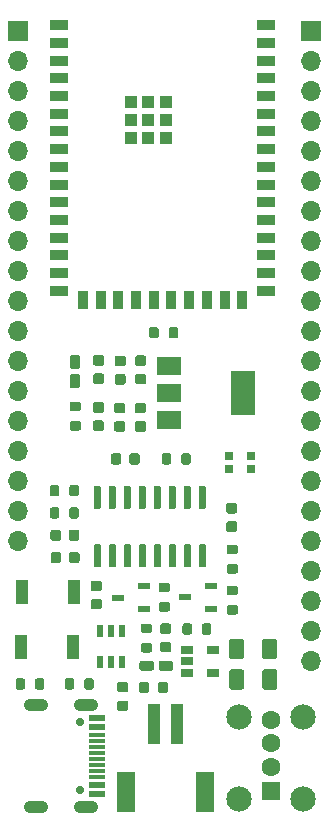
<source format=gbr>
%TF.GenerationSoftware,KiCad,Pcbnew,5.1.5+dfsg1-2build2*%
%TF.CreationDate,2021-06-08T17:36:12+05:30*%
%TF.ProjectId,ESP32-S2,45535033-322d-4533-922e-6b696361645f,rev?*%
%TF.SameCoordinates,Original*%
%TF.FileFunction,Soldermask,Top*%
%TF.FilePolarity,Negative*%
%FSLAX46Y46*%
G04 Gerber Fmt 4.6, Leading zero omitted, Abs format (unit mm)*
G04 Created by KiCad (PCBNEW 5.1.5+dfsg1-2build2) date 2021-06-08 17:36:12*
%MOMM*%
%LPD*%
G04 APERTURE LIST*
%ADD10R,1.100000X1.100000*%
%ADD11R,1.500000X0.900000*%
%ADD12R,0.900000X1.500000*%
%ADD13R,1.060000X0.650000*%
%ADD14C,0.700000*%
%ADD15O,2.100000X1.050000*%
%ADD16R,1.450000X0.600000*%
%ADD17R,1.450000X0.300000*%
%ADD18C,0.100000*%
%ADD19R,1.050000X0.600000*%
%ADD20R,1.500000X3.400000*%
%ADD21R,1.000000X3.500000*%
%ADD22R,0.700000X0.700000*%
%ADD23R,0.600000X1.125000*%
%ADD24C,2.150000*%
%ADD25R,1.600000X1.600000*%
%ADD26C,1.600000*%
%ADD27O,1.700000X1.700000*%
%ADD28R,1.700000X1.700000*%
%ADD29R,1.000000X2.000000*%
%ADD30R,2.000000X1.500000*%
%ADD31R,2.000000X3.800000*%
G04 APERTURE END LIST*
D10*
X148010000Y-74750000D03*
X149510000Y-74750000D03*
X151010000Y-74750000D03*
X151010000Y-76250000D03*
X151010000Y-77750000D03*
X149510000Y-77750000D03*
X148010000Y-77750000D03*
X148010000Y-76250000D03*
X149510000Y-76250000D03*
D11*
X159450000Y-68200000D03*
X159450000Y-69700000D03*
X159450000Y-71200000D03*
X159450000Y-72700000D03*
X159450000Y-74200000D03*
X159450000Y-75700000D03*
X159450000Y-77200000D03*
X159450000Y-78700000D03*
X159450000Y-80200000D03*
X159450000Y-81700000D03*
X159450000Y-83200000D03*
X159450000Y-84700000D03*
X159450000Y-86200000D03*
X159450000Y-87700000D03*
X159450000Y-89200000D03*
X159450000Y-90700000D03*
D12*
X157450000Y-91450000D03*
X155950000Y-91450000D03*
X154450000Y-91450000D03*
X152950000Y-91450000D03*
X151450000Y-91450000D03*
X149950000Y-91450000D03*
X148450000Y-91450000D03*
X146950000Y-91450000D03*
X145450000Y-91450000D03*
X143950000Y-91450000D03*
D11*
X141950000Y-90700000D03*
X141950000Y-89200000D03*
X141950000Y-87700000D03*
X141950000Y-86200000D03*
X141950000Y-84700000D03*
X141950000Y-83200000D03*
X141950000Y-81700000D03*
X141950000Y-80200000D03*
X141950000Y-78700000D03*
X141950000Y-77200000D03*
X141950000Y-75700000D03*
X141950000Y-74200000D03*
X141950000Y-72700000D03*
X141950000Y-71200000D03*
X141950000Y-69700000D03*
X141950000Y-68200000D03*
D13*
X154967200Y-121110500D03*
X154967200Y-123010500D03*
X152767200Y-123010500D03*
X152767200Y-122060500D03*
X152767200Y-121110500D03*
D14*
X143674200Y-132964200D03*
X143674200Y-127184200D03*
D15*
X140024200Y-134394200D03*
X140024200Y-125754200D03*
X144204200Y-134394200D03*
X144204200Y-125754200D03*
D16*
X145119200Y-133324200D03*
X145119200Y-132524200D03*
D17*
X145119200Y-131824200D03*
X145119200Y-131324200D03*
X145119200Y-130824200D03*
X145119200Y-130324200D03*
X145119200Y-128324200D03*
X145119200Y-128824200D03*
X145119200Y-129324200D03*
X145119200Y-129824200D03*
D16*
X145119200Y-127624200D03*
X145119200Y-126824200D03*
D18*
G36*
X157375204Y-122723404D02*
G01*
X157399473Y-122727004D01*
X157423271Y-122732965D01*
X157446371Y-122741230D01*
X157468549Y-122751720D01*
X157489593Y-122764333D01*
X157509298Y-122778947D01*
X157527477Y-122795423D01*
X157543953Y-122813602D01*
X157558567Y-122833307D01*
X157571180Y-122854351D01*
X157581670Y-122876529D01*
X157589935Y-122899629D01*
X157595896Y-122923427D01*
X157599496Y-122947696D01*
X157600700Y-122972200D01*
X157600700Y-124222200D01*
X157599496Y-124246704D01*
X157595896Y-124270973D01*
X157589935Y-124294771D01*
X157581670Y-124317871D01*
X157571180Y-124340049D01*
X157558567Y-124361093D01*
X157543953Y-124380798D01*
X157527477Y-124398977D01*
X157509298Y-124415453D01*
X157489593Y-124430067D01*
X157468549Y-124442680D01*
X157446371Y-124453170D01*
X157423271Y-124461435D01*
X157399473Y-124467396D01*
X157375204Y-124470996D01*
X157350700Y-124472200D01*
X156600700Y-124472200D01*
X156576196Y-124470996D01*
X156551927Y-124467396D01*
X156528129Y-124461435D01*
X156505029Y-124453170D01*
X156482851Y-124442680D01*
X156461807Y-124430067D01*
X156442102Y-124415453D01*
X156423923Y-124398977D01*
X156407447Y-124380798D01*
X156392833Y-124361093D01*
X156380220Y-124340049D01*
X156369730Y-124317871D01*
X156361465Y-124294771D01*
X156355504Y-124270973D01*
X156351904Y-124246704D01*
X156350700Y-124222200D01*
X156350700Y-122972200D01*
X156351904Y-122947696D01*
X156355504Y-122923427D01*
X156361465Y-122899629D01*
X156369730Y-122876529D01*
X156380220Y-122854351D01*
X156392833Y-122833307D01*
X156407447Y-122813602D01*
X156423923Y-122795423D01*
X156442102Y-122778947D01*
X156461807Y-122764333D01*
X156482851Y-122751720D01*
X156505029Y-122741230D01*
X156528129Y-122732965D01*
X156551927Y-122727004D01*
X156576196Y-122723404D01*
X156600700Y-122722200D01*
X157350700Y-122722200D01*
X157375204Y-122723404D01*
G37*
G36*
X160175204Y-122723404D02*
G01*
X160199473Y-122727004D01*
X160223271Y-122732965D01*
X160246371Y-122741230D01*
X160268549Y-122751720D01*
X160289593Y-122764333D01*
X160309298Y-122778947D01*
X160327477Y-122795423D01*
X160343953Y-122813602D01*
X160358567Y-122833307D01*
X160371180Y-122854351D01*
X160381670Y-122876529D01*
X160389935Y-122899629D01*
X160395896Y-122923427D01*
X160399496Y-122947696D01*
X160400700Y-122972200D01*
X160400700Y-124222200D01*
X160399496Y-124246704D01*
X160395896Y-124270973D01*
X160389935Y-124294771D01*
X160381670Y-124317871D01*
X160371180Y-124340049D01*
X160358567Y-124361093D01*
X160343953Y-124380798D01*
X160327477Y-124398977D01*
X160309298Y-124415453D01*
X160289593Y-124430067D01*
X160268549Y-124442680D01*
X160246371Y-124453170D01*
X160223271Y-124461435D01*
X160199473Y-124467396D01*
X160175204Y-124470996D01*
X160150700Y-124472200D01*
X159400700Y-124472200D01*
X159376196Y-124470996D01*
X159351927Y-124467396D01*
X159328129Y-124461435D01*
X159305029Y-124453170D01*
X159282851Y-124442680D01*
X159261807Y-124430067D01*
X159242102Y-124415453D01*
X159223923Y-124398977D01*
X159207447Y-124380798D01*
X159192833Y-124361093D01*
X159180220Y-124340049D01*
X159169730Y-124317871D01*
X159161465Y-124294771D01*
X159155504Y-124270973D01*
X159151904Y-124246704D01*
X159150700Y-124222200D01*
X159150700Y-122972200D01*
X159151904Y-122947696D01*
X159155504Y-122923427D01*
X159161465Y-122899629D01*
X159169730Y-122876529D01*
X159180220Y-122854351D01*
X159192833Y-122833307D01*
X159207447Y-122813602D01*
X159223923Y-122795423D01*
X159242102Y-122778947D01*
X159261807Y-122764333D01*
X159282851Y-122751720D01*
X159305029Y-122741230D01*
X159328129Y-122732965D01*
X159351927Y-122727004D01*
X159376196Y-122723404D01*
X159400700Y-122722200D01*
X160150700Y-122722200D01*
X160175204Y-122723404D01*
G37*
G36*
X141781003Y-107133863D02*
G01*
X141800418Y-107136743D01*
X141819457Y-107141512D01*
X141837937Y-107148124D01*
X141855679Y-107156516D01*
X141872514Y-107166606D01*
X141888279Y-107178298D01*
X141902821Y-107191479D01*
X141916002Y-107206021D01*
X141927694Y-107221786D01*
X141937784Y-107238621D01*
X141946176Y-107256363D01*
X141952788Y-107274843D01*
X141957557Y-107293882D01*
X141960437Y-107313297D01*
X141961400Y-107332900D01*
X141961400Y-107882900D01*
X141960437Y-107902503D01*
X141957557Y-107921918D01*
X141952788Y-107940957D01*
X141946176Y-107959437D01*
X141937784Y-107977179D01*
X141927694Y-107994014D01*
X141916002Y-108009779D01*
X141902821Y-108024321D01*
X141888279Y-108037502D01*
X141872514Y-108049194D01*
X141855679Y-108059284D01*
X141837937Y-108067676D01*
X141819457Y-108074288D01*
X141800418Y-108079057D01*
X141781003Y-108081937D01*
X141761400Y-108082900D01*
X141361400Y-108082900D01*
X141341797Y-108081937D01*
X141322382Y-108079057D01*
X141303343Y-108074288D01*
X141284863Y-108067676D01*
X141267121Y-108059284D01*
X141250286Y-108049194D01*
X141234521Y-108037502D01*
X141219979Y-108024321D01*
X141206798Y-108009779D01*
X141195106Y-107994014D01*
X141185016Y-107977179D01*
X141176624Y-107959437D01*
X141170012Y-107940957D01*
X141165243Y-107921918D01*
X141162363Y-107902503D01*
X141161400Y-107882900D01*
X141161400Y-107332900D01*
X141162363Y-107313297D01*
X141165243Y-107293882D01*
X141170012Y-107274843D01*
X141176624Y-107256363D01*
X141185016Y-107238621D01*
X141195106Y-107221786D01*
X141206798Y-107206021D01*
X141219979Y-107191479D01*
X141234521Y-107178298D01*
X141250286Y-107166606D01*
X141267121Y-107156516D01*
X141284863Y-107148124D01*
X141303343Y-107141512D01*
X141322382Y-107136743D01*
X141341797Y-107133863D01*
X141361400Y-107132900D01*
X141761400Y-107132900D01*
X141781003Y-107133863D01*
G37*
G36*
X143431003Y-107133863D02*
G01*
X143450418Y-107136743D01*
X143469457Y-107141512D01*
X143487937Y-107148124D01*
X143505679Y-107156516D01*
X143522514Y-107166606D01*
X143538279Y-107178298D01*
X143552821Y-107191479D01*
X143566002Y-107206021D01*
X143577694Y-107221786D01*
X143587784Y-107238621D01*
X143596176Y-107256363D01*
X143602788Y-107274843D01*
X143607557Y-107293882D01*
X143610437Y-107313297D01*
X143611400Y-107332900D01*
X143611400Y-107882900D01*
X143610437Y-107902503D01*
X143607557Y-107921918D01*
X143602788Y-107940957D01*
X143596176Y-107959437D01*
X143587784Y-107977179D01*
X143577694Y-107994014D01*
X143566002Y-108009779D01*
X143552821Y-108024321D01*
X143538279Y-108037502D01*
X143522514Y-108049194D01*
X143505679Y-108059284D01*
X143487937Y-108067676D01*
X143469457Y-108074288D01*
X143450418Y-108079057D01*
X143431003Y-108081937D01*
X143411400Y-108082900D01*
X143011400Y-108082900D01*
X142991797Y-108081937D01*
X142972382Y-108079057D01*
X142953343Y-108074288D01*
X142934863Y-108067676D01*
X142917121Y-108059284D01*
X142900286Y-108049194D01*
X142884521Y-108037502D01*
X142869979Y-108024321D01*
X142856798Y-108009779D01*
X142845106Y-107994014D01*
X142835016Y-107977179D01*
X142826624Y-107959437D01*
X142820012Y-107940957D01*
X142815243Y-107921918D01*
X142812363Y-107902503D01*
X142811400Y-107882900D01*
X142811400Y-107332900D01*
X142812363Y-107313297D01*
X142815243Y-107293882D01*
X142820012Y-107274843D01*
X142826624Y-107256363D01*
X142835016Y-107238621D01*
X142845106Y-107221786D01*
X142856798Y-107206021D01*
X142869979Y-107191479D01*
X142884521Y-107178298D01*
X142900286Y-107166606D01*
X142917121Y-107156516D01*
X142934863Y-107148124D01*
X142953343Y-107141512D01*
X142972382Y-107136743D01*
X142991797Y-107133863D01*
X143011400Y-107132900D01*
X143411400Y-107132900D01*
X143431003Y-107133863D01*
G37*
G36*
X151404829Y-122004823D02*
G01*
X151425457Y-122007883D01*
X151445685Y-122012950D01*
X151465320Y-122019976D01*
X151484172Y-122028892D01*
X151502059Y-122039613D01*
X151518809Y-122052035D01*
X151534260Y-122066040D01*
X151548265Y-122081491D01*
X151560687Y-122098241D01*
X151571408Y-122116128D01*
X151580324Y-122134980D01*
X151587350Y-122154615D01*
X151592417Y-122174843D01*
X151595477Y-122195471D01*
X151596500Y-122216300D01*
X151596500Y-122641300D01*
X151595477Y-122662129D01*
X151592417Y-122682757D01*
X151587350Y-122702985D01*
X151580324Y-122722620D01*
X151571408Y-122741472D01*
X151560687Y-122759359D01*
X151548265Y-122776109D01*
X151534260Y-122791560D01*
X151518809Y-122805565D01*
X151502059Y-122817987D01*
X151484172Y-122828708D01*
X151465320Y-122837624D01*
X151445685Y-122844650D01*
X151425457Y-122849717D01*
X151404829Y-122852777D01*
X151384000Y-122853800D01*
X150584000Y-122853800D01*
X150563171Y-122852777D01*
X150542543Y-122849717D01*
X150522315Y-122844650D01*
X150502680Y-122837624D01*
X150483828Y-122828708D01*
X150465941Y-122817987D01*
X150449191Y-122805565D01*
X150433740Y-122791560D01*
X150419735Y-122776109D01*
X150407313Y-122759359D01*
X150396592Y-122741472D01*
X150387676Y-122722620D01*
X150380650Y-122702985D01*
X150375583Y-122682757D01*
X150372523Y-122662129D01*
X150371500Y-122641300D01*
X150371500Y-122216300D01*
X150372523Y-122195471D01*
X150375583Y-122174843D01*
X150380650Y-122154615D01*
X150387676Y-122134980D01*
X150396592Y-122116128D01*
X150407313Y-122098241D01*
X150419735Y-122081491D01*
X150433740Y-122066040D01*
X150449191Y-122052035D01*
X150465941Y-122039613D01*
X150483828Y-122028892D01*
X150502680Y-122019976D01*
X150522315Y-122012950D01*
X150542543Y-122007883D01*
X150563171Y-122004823D01*
X150584000Y-122003800D01*
X151384000Y-122003800D01*
X151404829Y-122004823D01*
G37*
G36*
X149779829Y-122004823D02*
G01*
X149800457Y-122007883D01*
X149820685Y-122012950D01*
X149840320Y-122019976D01*
X149859172Y-122028892D01*
X149877059Y-122039613D01*
X149893809Y-122052035D01*
X149909260Y-122066040D01*
X149923265Y-122081491D01*
X149935687Y-122098241D01*
X149946408Y-122116128D01*
X149955324Y-122134980D01*
X149962350Y-122154615D01*
X149967417Y-122174843D01*
X149970477Y-122195471D01*
X149971500Y-122216300D01*
X149971500Y-122641300D01*
X149970477Y-122662129D01*
X149967417Y-122682757D01*
X149962350Y-122702985D01*
X149955324Y-122722620D01*
X149946408Y-122741472D01*
X149935687Y-122759359D01*
X149923265Y-122776109D01*
X149909260Y-122791560D01*
X149893809Y-122805565D01*
X149877059Y-122817987D01*
X149859172Y-122828708D01*
X149840320Y-122837624D01*
X149820685Y-122844650D01*
X149800457Y-122849717D01*
X149779829Y-122852777D01*
X149759000Y-122853800D01*
X148959000Y-122853800D01*
X148938171Y-122852777D01*
X148917543Y-122849717D01*
X148897315Y-122844650D01*
X148877680Y-122837624D01*
X148858828Y-122828708D01*
X148840941Y-122817987D01*
X148824191Y-122805565D01*
X148808740Y-122791560D01*
X148794735Y-122776109D01*
X148782313Y-122759359D01*
X148771592Y-122741472D01*
X148762676Y-122722620D01*
X148755650Y-122702985D01*
X148750583Y-122682757D01*
X148747523Y-122662129D01*
X148746500Y-122641300D01*
X148746500Y-122216300D01*
X148747523Y-122195471D01*
X148750583Y-122174843D01*
X148755650Y-122154615D01*
X148762676Y-122134980D01*
X148771592Y-122116128D01*
X148782313Y-122098241D01*
X148794735Y-122081491D01*
X148808740Y-122066040D01*
X148824191Y-122052035D01*
X148840941Y-122039613D01*
X148858828Y-122028892D01*
X148877680Y-122019976D01*
X148897315Y-122012950D01*
X148917543Y-122007883D01*
X148938171Y-122004823D01*
X148959000Y-122003800D01*
X149759000Y-122003800D01*
X149779829Y-122004823D01*
G37*
D19*
X146912500Y-116675700D03*
X149112500Y-115725700D03*
X149112500Y-117625700D03*
X152614800Y-116650300D03*
X154814800Y-115700300D03*
X154814800Y-117600300D03*
D18*
G36*
X147612011Y-125385893D02*
G01*
X147633246Y-125389043D01*
X147654070Y-125394259D01*
X147674282Y-125401491D01*
X147693688Y-125410670D01*
X147712101Y-125421706D01*
X147729344Y-125434494D01*
X147745250Y-125448910D01*
X147759666Y-125464816D01*
X147772454Y-125482059D01*
X147783490Y-125500472D01*
X147792669Y-125519878D01*
X147799901Y-125540090D01*
X147805117Y-125560914D01*
X147808267Y-125582149D01*
X147809320Y-125603590D01*
X147809320Y-126041090D01*
X147808267Y-126062531D01*
X147805117Y-126083766D01*
X147799901Y-126104590D01*
X147792669Y-126124802D01*
X147783490Y-126144208D01*
X147772454Y-126162621D01*
X147759666Y-126179864D01*
X147745250Y-126195770D01*
X147729344Y-126210186D01*
X147712101Y-126222974D01*
X147693688Y-126234010D01*
X147674282Y-126243189D01*
X147654070Y-126250421D01*
X147633246Y-126255637D01*
X147612011Y-126258787D01*
X147590570Y-126259840D01*
X147078070Y-126259840D01*
X147056629Y-126258787D01*
X147035394Y-126255637D01*
X147014570Y-126250421D01*
X146994358Y-126243189D01*
X146974952Y-126234010D01*
X146956539Y-126222974D01*
X146939296Y-126210186D01*
X146923390Y-126195770D01*
X146908974Y-126179864D01*
X146896186Y-126162621D01*
X146885150Y-126144208D01*
X146875971Y-126124802D01*
X146868739Y-126104590D01*
X146863523Y-126083766D01*
X146860373Y-126062531D01*
X146859320Y-126041090D01*
X146859320Y-125603590D01*
X146860373Y-125582149D01*
X146863523Y-125560914D01*
X146868739Y-125540090D01*
X146875971Y-125519878D01*
X146885150Y-125500472D01*
X146896186Y-125482059D01*
X146908974Y-125464816D01*
X146923390Y-125448910D01*
X146939296Y-125434494D01*
X146956539Y-125421706D01*
X146974952Y-125410670D01*
X146994358Y-125401491D01*
X147014570Y-125394259D01*
X147035394Y-125389043D01*
X147056629Y-125385893D01*
X147078070Y-125384840D01*
X147590570Y-125384840D01*
X147612011Y-125385893D01*
G37*
G36*
X147612011Y-123810893D02*
G01*
X147633246Y-123814043D01*
X147654070Y-123819259D01*
X147674282Y-123826491D01*
X147693688Y-123835670D01*
X147712101Y-123846706D01*
X147729344Y-123859494D01*
X147745250Y-123873910D01*
X147759666Y-123889816D01*
X147772454Y-123907059D01*
X147783490Y-123925472D01*
X147792669Y-123944878D01*
X147799901Y-123965090D01*
X147805117Y-123985914D01*
X147808267Y-124007149D01*
X147809320Y-124028590D01*
X147809320Y-124466090D01*
X147808267Y-124487531D01*
X147805117Y-124508766D01*
X147799901Y-124529590D01*
X147792669Y-124549802D01*
X147783490Y-124569208D01*
X147772454Y-124587621D01*
X147759666Y-124604864D01*
X147745250Y-124620770D01*
X147729344Y-124635186D01*
X147712101Y-124647974D01*
X147693688Y-124659010D01*
X147674282Y-124668189D01*
X147654070Y-124675421D01*
X147633246Y-124680637D01*
X147612011Y-124683787D01*
X147590570Y-124684840D01*
X147078070Y-124684840D01*
X147056629Y-124683787D01*
X147035394Y-124680637D01*
X147014570Y-124675421D01*
X146994358Y-124668189D01*
X146974952Y-124659010D01*
X146956539Y-124647974D01*
X146939296Y-124635186D01*
X146923390Y-124620770D01*
X146908974Y-124604864D01*
X146896186Y-124587621D01*
X146885150Y-124569208D01*
X146875971Y-124549802D01*
X146868739Y-124529590D01*
X146863523Y-124508766D01*
X146860373Y-124487531D01*
X146859320Y-124466090D01*
X146859320Y-124028590D01*
X146860373Y-124007149D01*
X146863523Y-123985914D01*
X146868739Y-123965090D01*
X146875971Y-123944878D01*
X146885150Y-123925472D01*
X146896186Y-123907059D01*
X146908974Y-123889816D01*
X146923390Y-123873910D01*
X146939296Y-123859494D01*
X146956539Y-123846706D01*
X146974952Y-123835670D01*
X146994358Y-123826491D01*
X147014570Y-123819259D01*
X147035394Y-123814043D01*
X147056629Y-123810893D01*
X147078070Y-123809840D01*
X147590570Y-123809840D01*
X147612011Y-123810893D01*
G37*
G36*
X149390511Y-123803973D02*
G01*
X149411746Y-123807123D01*
X149432570Y-123812339D01*
X149452782Y-123819571D01*
X149472188Y-123828750D01*
X149490601Y-123839786D01*
X149507844Y-123852574D01*
X149523750Y-123866990D01*
X149538166Y-123882896D01*
X149550954Y-123900139D01*
X149561990Y-123918552D01*
X149571169Y-123937958D01*
X149578401Y-123958170D01*
X149583617Y-123978994D01*
X149586767Y-124000229D01*
X149587820Y-124021670D01*
X149587820Y-124534170D01*
X149586767Y-124555611D01*
X149583617Y-124576846D01*
X149578401Y-124597670D01*
X149571169Y-124617882D01*
X149561990Y-124637288D01*
X149550954Y-124655701D01*
X149538166Y-124672944D01*
X149523750Y-124688850D01*
X149507844Y-124703266D01*
X149490601Y-124716054D01*
X149472188Y-124727090D01*
X149452782Y-124736269D01*
X149432570Y-124743501D01*
X149411746Y-124748717D01*
X149390511Y-124751867D01*
X149369070Y-124752920D01*
X148931570Y-124752920D01*
X148910129Y-124751867D01*
X148888894Y-124748717D01*
X148868070Y-124743501D01*
X148847858Y-124736269D01*
X148828452Y-124727090D01*
X148810039Y-124716054D01*
X148792796Y-124703266D01*
X148776890Y-124688850D01*
X148762474Y-124672944D01*
X148749686Y-124655701D01*
X148738650Y-124637288D01*
X148729471Y-124617882D01*
X148722239Y-124597670D01*
X148717023Y-124576846D01*
X148713873Y-124555611D01*
X148712820Y-124534170D01*
X148712820Y-124021670D01*
X148713873Y-124000229D01*
X148717023Y-123978994D01*
X148722239Y-123958170D01*
X148729471Y-123937958D01*
X148738650Y-123918552D01*
X148749686Y-123900139D01*
X148762474Y-123882896D01*
X148776890Y-123866990D01*
X148792796Y-123852574D01*
X148810039Y-123839786D01*
X148828452Y-123828750D01*
X148847858Y-123819571D01*
X148868070Y-123812339D01*
X148888894Y-123807123D01*
X148910129Y-123803973D01*
X148931570Y-123802920D01*
X149369070Y-123802920D01*
X149390511Y-123803973D01*
G37*
G36*
X150965511Y-123803973D02*
G01*
X150986746Y-123807123D01*
X151007570Y-123812339D01*
X151027782Y-123819571D01*
X151047188Y-123828750D01*
X151065601Y-123839786D01*
X151082844Y-123852574D01*
X151098750Y-123866990D01*
X151113166Y-123882896D01*
X151125954Y-123900139D01*
X151136990Y-123918552D01*
X151146169Y-123937958D01*
X151153401Y-123958170D01*
X151158617Y-123978994D01*
X151161767Y-124000229D01*
X151162820Y-124021670D01*
X151162820Y-124534170D01*
X151161767Y-124555611D01*
X151158617Y-124576846D01*
X151153401Y-124597670D01*
X151146169Y-124617882D01*
X151136990Y-124637288D01*
X151125954Y-124655701D01*
X151113166Y-124672944D01*
X151098750Y-124688850D01*
X151082844Y-124703266D01*
X151065601Y-124716054D01*
X151047188Y-124727090D01*
X151027782Y-124736269D01*
X151007570Y-124743501D01*
X150986746Y-124748717D01*
X150965511Y-124751867D01*
X150944070Y-124752920D01*
X150506570Y-124752920D01*
X150485129Y-124751867D01*
X150463894Y-124748717D01*
X150443070Y-124743501D01*
X150422858Y-124736269D01*
X150403452Y-124727090D01*
X150385039Y-124716054D01*
X150367796Y-124703266D01*
X150351890Y-124688850D01*
X150337474Y-124672944D01*
X150324686Y-124655701D01*
X150313650Y-124637288D01*
X150304471Y-124617882D01*
X150297239Y-124597670D01*
X150292023Y-124576846D01*
X150288873Y-124555611D01*
X150287820Y-124534170D01*
X150287820Y-124021670D01*
X150288873Y-124000229D01*
X150292023Y-123978994D01*
X150297239Y-123958170D01*
X150304471Y-123937958D01*
X150313650Y-123918552D01*
X150324686Y-123900139D01*
X150337474Y-123882896D01*
X150351890Y-123866990D01*
X150367796Y-123852574D01*
X150385039Y-123839786D01*
X150403452Y-123828750D01*
X150422858Y-123819571D01*
X150443070Y-123812339D01*
X150463894Y-123807123D01*
X150485129Y-123803973D01*
X150506570Y-123802920D01*
X150944070Y-123802920D01*
X150965511Y-123803973D01*
G37*
D20*
X147596200Y-133157200D03*
X154296200Y-133157200D03*
D21*
X149946200Y-127407200D03*
X151946200Y-127407200D03*
D22*
X156350720Y-105777920D03*
X156350720Y-104677920D03*
X158180720Y-104677920D03*
X158180720Y-105777920D03*
D18*
G36*
X151236591Y-120430353D02*
G01*
X151257826Y-120433503D01*
X151278650Y-120438719D01*
X151298862Y-120445951D01*
X151318268Y-120455130D01*
X151336681Y-120466166D01*
X151353924Y-120478954D01*
X151369830Y-120493370D01*
X151384246Y-120509276D01*
X151397034Y-120526519D01*
X151408070Y-120544932D01*
X151417249Y-120564338D01*
X151424481Y-120584550D01*
X151429697Y-120605374D01*
X151432847Y-120626609D01*
X151433900Y-120648050D01*
X151433900Y-121085550D01*
X151432847Y-121106991D01*
X151429697Y-121128226D01*
X151424481Y-121149050D01*
X151417249Y-121169262D01*
X151408070Y-121188668D01*
X151397034Y-121207081D01*
X151384246Y-121224324D01*
X151369830Y-121240230D01*
X151353924Y-121254646D01*
X151336681Y-121267434D01*
X151318268Y-121278470D01*
X151298862Y-121287649D01*
X151278650Y-121294881D01*
X151257826Y-121300097D01*
X151236591Y-121303247D01*
X151215150Y-121304300D01*
X150702650Y-121304300D01*
X150681209Y-121303247D01*
X150659974Y-121300097D01*
X150639150Y-121294881D01*
X150618938Y-121287649D01*
X150599532Y-121278470D01*
X150581119Y-121267434D01*
X150563876Y-121254646D01*
X150547970Y-121240230D01*
X150533554Y-121224324D01*
X150520766Y-121207081D01*
X150509730Y-121188668D01*
X150500551Y-121169262D01*
X150493319Y-121149050D01*
X150488103Y-121128226D01*
X150484953Y-121106991D01*
X150483900Y-121085550D01*
X150483900Y-120648050D01*
X150484953Y-120626609D01*
X150488103Y-120605374D01*
X150493319Y-120584550D01*
X150500551Y-120564338D01*
X150509730Y-120544932D01*
X150520766Y-120526519D01*
X150533554Y-120509276D01*
X150547970Y-120493370D01*
X150563876Y-120478954D01*
X150581119Y-120466166D01*
X150599532Y-120455130D01*
X150618938Y-120445951D01*
X150639150Y-120438719D01*
X150659974Y-120433503D01*
X150681209Y-120430353D01*
X150702650Y-120429300D01*
X151215150Y-120429300D01*
X151236591Y-120430353D01*
G37*
G36*
X151236591Y-118855353D02*
G01*
X151257826Y-118858503D01*
X151278650Y-118863719D01*
X151298862Y-118870951D01*
X151318268Y-118880130D01*
X151336681Y-118891166D01*
X151353924Y-118903954D01*
X151369830Y-118918370D01*
X151384246Y-118934276D01*
X151397034Y-118951519D01*
X151408070Y-118969932D01*
X151417249Y-118989338D01*
X151424481Y-119009550D01*
X151429697Y-119030374D01*
X151432847Y-119051609D01*
X151433900Y-119073050D01*
X151433900Y-119510550D01*
X151432847Y-119531991D01*
X151429697Y-119553226D01*
X151424481Y-119574050D01*
X151417249Y-119594262D01*
X151408070Y-119613668D01*
X151397034Y-119632081D01*
X151384246Y-119649324D01*
X151369830Y-119665230D01*
X151353924Y-119679646D01*
X151336681Y-119692434D01*
X151318268Y-119703470D01*
X151298862Y-119712649D01*
X151278650Y-119719881D01*
X151257826Y-119725097D01*
X151236591Y-119728247D01*
X151215150Y-119729300D01*
X150702650Y-119729300D01*
X150681209Y-119728247D01*
X150659974Y-119725097D01*
X150639150Y-119719881D01*
X150618938Y-119712649D01*
X150599532Y-119703470D01*
X150581119Y-119692434D01*
X150563876Y-119679646D01*
X150547970Y-119665230D01*
X150533554Y-119649324D01*
X150520766Y-119632081D01*
X150509730Y-119613668D01*
X150500551Y-119594262D01*
X150493319Y-119574050D01*
X150488103Y-119553226D01*
X150484953Y-119531991D01*
X150483900Y-119510550D01*
X150483900Y-119073050D01*
X150484953Y-119051609D01*
X150488103Y-119030374D01*
X150493319Y-119009550D01*
X150500551Y-118989338D01*
X150509730Y-118969932D01*
X150520766Y-118951519D01*
X150533554Y-118934276D01*
X150547970Y-118918370D01*
X150563876Y-118903954D01*
X150581119Y-118891166D01*
X150599532Y-118880130D01*
X150618938Y-118870951D01*
X150639150Y-118863719D01*
X150659974Y-118858503D01*
X150681209Y-118855353D01*
X150702650Y-118854300D01*
X151215150Y-118854300D01*
X151236591Y-118855353D01*
G37*
D23*
X147286100Y-122089800D03*
X146336100Y-122089800D03*
X145386100Y-122089800D03*
X145386100Y-119465800D03*
X146336100Y-119465800D03*
X147286100Y-119465800D03*
D24*
X157192400Y-133750600D03*
X157192400Y-126750600D03*
X162632400Y-126750600D03*
X162632400Y-133750600D03*
D25*
X159912400Y-133020600D03*
D26*
X159912400Y-131020600D03*
X159912400Y-129020600D03*
X159912400Y-127020600D03*
D18*
G36*
X151255203Y-104454163D02*
G01*
X151274618Y-104457043D01*
X151293657Y-104461812D01*
X151312137Y-104468424D01*
X151329879Y-104476816D01*
X151346714Y-104486906D01*
X151362479Y-104498598D01*
X151377021Y-104511779D01*
X151390202Y-104526321D01*
X151401894Y-104542086D01*
X151411984Y-104558921D01*
X151420376Y-104576663D01*
X151426988Y-104595143D01*
X151431757Y-104614182D01*
X151434637Y-104633597D01*
X151435600Y-104653200D01*
X151435600Y-105203200D01*
X151434637Y-105222803D01*
X151431757Y-105242218D01*
X151426988Y-105261257D01*
X151420376Y-105279737D01*
X151411984Y-105297479D01*
X151401894Y-105314314D01*
X151390202Y-105330079D01*
X151377021Y-105344621D01*
X151362479Y-105357802D01*
X151346714Y-105369494D01*
X151329879Y-105379584D01*
X151312137Y-105387976D01*
X151293657Y-105394588D01*
X151274618Y-105399357D01*
X151255203Y-105402237D01*
X151235600Y-105403200D01*
X150835600Y-105403200D01*
X150815997Y-105402237D01*
X150796582Y-105399357D01*
X150777543Y-105394588D01*
X150759063Y-105387976D01*
X150741321Y-105379584D01*
X150724486Y-105369494D01*
X150708721Y-105357802D01*
X150694179Y-105344621D01*
X150680998Y-105330079D01*
X150669306Y-105314314D01*
X150659216Y-105297479D01*
X150650824Y-105279737D01*
X150644212Y-105261257D01*
X150639443Y-105242218D01*
X150636563Y-105222803D01*
X150635600Y-105203200D01*
X150635600Y-104653200D01*
X150636563Y-104633597D01*
X150639443Y-104614182D01*
X150644212Y-104595143D01*
X150650824Y-104576663D01*
X150659216Y-104558921D01*
X150669306Y-104542086D01*
X150680998Y-104526321D01*
X150694179Y-104511779D01*
X150708721Y-104498598D01*
X150724486Y-104486906D01*
X150741321Y-104476816D01*
X150759063Y-104468424D01*
X150777543Y-104461812D01*
X150796582Y-104457043D01*
X150815997Y-104454163D01*
X150835600Y-104453200D01*
X151235600Y-104453200D01*
X151255203Y-104454163D01*
G37*
G36*
X152905203Y-104454163D02*
G01*
X152924618Y-104457043D01*
X152943657Y-104461812D01*
X152962137Y-104468424D01*
X152979879Y-104476816D01*
X152996714Y-104486906D01*
X153012479Y-104498598D01*
X153027021Y-104511779D01*
X153040202Y-104526321D01*
X153051894Y-104542086D01*
X153061984Y-104558921D01*
X153070376Y-104576663D01*
X153076988Y-104595143D01*
X153081757Y-104614182D01*
X153084637Y-104633597D01*
X153085600Y-104653200D01*
X153085600Y-105203200D01*
X153084637Y-105222803D01*
X153081757Y-105242218D01*
X153076988Y-105261257D01*
X153070376Y-105279737D01*
X153061984Y-105297479D01*
X153051894Y-105314314D01*
X153040202Y-105330079D01*
X153027021Y-105344621D01*
X153012479Y-105357802D01*
X152996714Y-105369494D01*
X152979879Y-105379584D01*
X152962137Y-105387976D01*
X152943657Y-105394588D01*
X152924618Y-105399357D01*
X152905203Y-105402237D01*
X152885600Y-105403200D01*
X152485600Y-105403200D01*
X152465997Y-105402237D01*
X152446582Y-105399357D01*
X152427543Y-105394588D01*
X152409063Y-105387976D01*
X152391321Y-105379584D01*
X152374486Y-105369494D01*
X152358721Y-105357802D01*
X152344179Y-105344621D01*
X152330998Y-105330079D01*
X152319306Y-105314314D01*
X152309216Y-105297479D01*
X152300824Y-105279737D01*
X152294212Y-105261257D01*
X152289443Y-105242218D01*
X152286563Y-105222803D01*
X152285600Y-105203200D01*
X152285600Y-104653200D01*
X152286563Y-104633597D01*
X152289443Y-104614182D01*
X152294212Y-104595143D01*
X152300824Y-104576663D01*
X152309216Y-104558921D01*
X152319306Y-104542086D01*
X152330998Y-104526321D01*
X152344179Y-104511779D01*
X152358721Y-104498598D01*
X152374486Y-104486906D01*
X152391321Y-104476816D01*
X152409063Y-104468424D01*
X152427543Y-104461812D01*
X152446582Y-104457043D01*
X152465997Y-104454163D01*
X152485600Y-104453200D01*
X152885600Y-104453200D01*
X152905203Y-104454163D01*
G37*
G36*
X149627903Y-118867963D02*
G01*
X149647318Y-118870843D01*
X149666357Y-118875612D01*
X149684837Y-118882224D01*
X149702579Y-118890616D01*
X149719414Y-118900706D01*
X149735179Y-118912398D01*
X149749721Y-118925579D01*
X149762902Y-118940121D01*
X149774594Y-118955886D01*
X149784684Y-118972721D01*
X149793076Y-118990463D01*
X149799688Y-119008943D01*
X149804457Y-119027982D01*
X149807337Y-119047397D01*
X149808300Y-119067000D01*
X149808300Y-119467000D01*
X149807337Y-119486603D01*
X149804457Y-119506018D01*
X149799688Y-119525057D01*
X149793076Y-119543537D01*
X149784684Y-119561279D01*
X149774594Y-119578114D01*
X149762902Y-119593879D01*
X149749721Y-119608421D01*
X149735179Y-119621602D01*
X149719414Y-119633294D01*
X149702579Y-119643384D01*
X149684837Y-119651776D01*
X149666357Y-119658388D01*
X149647318Y-119663157D01*
X149627903Y-119666037D01*
X149608300Y-119667000D01*
X149058300Y-119667000D01*
X149038697Y-119666037D01*
X149019282Y-119663157D01*
X149000243Y-119658388D01*
X148981763Y-119651776D01*
X148964021Y-119643384D01*
X148947186Y-119633294D01*
X148931421Y-119621602D01*
X148916879Y-119608421D01*
X148903698Y-119593879D01*
X148892006Y-119578114D01*
X148881916Y-119561279D01*
X148873524Y-119543537D01*
X148866912Y-119525057D01*
X148862143Y-119506018D01*
X148859263Y-119486603D01*
X148858300Y-119467000D01*
X148858300Y-119067000D01*
X148859263Y-119047397D01*
X148862143Y-119027982D01*
X148866912Y-119008943D01*
X148873524Y-118990463D01*
X148881916Y-118972721D01*
X148892006Y-118955886D01*
X148903698Y-118940121D01*
X148916879Y-118925579D01*
X148931421Y-118912398D01*
X148947186Y-118900706D01*
X148964021Y-118890616D01*
X148981763Y-118882224D01*
X149000243Y-118875612D01*
X149019282Y-118870843D01*
X149038697Y-118867963D01*
X149058300Y-118867000D01*
X149608300Y-118867000D01*
X149627903Y-118867963D01*
G37*
G36*
X149627903Y-120517963D02*
G01*
X149647318Y-120520843D01*
X149666357Y-120525612D01*
X149684837Y-120532224D01*
X149702579Y-120540616D01*
X149719414Y-120550706D01*
X149735179Y-120562398D01*
X149749721Y-120575579D01*
X149762902Y-120590121D01*
X149774594Y-120605886D01*
X149784684Y-120622721D01*
X149793076Y-120640463D01*
X149799688Y-120658943D01*
X149804457Y-120677982D01*
X149807337Y-120697397D01*
X149808300Y-120717000D01*
X149808300Y-121117000D01*
X149807337Y-121136603D01*
X149804457Y-121156018D01*
X149799688Y-121175057D01*
X149793076Y-121193537D01*
X149784684Y-121211279D01*
X149774594Y-121228114D01*
X149762902Y-121243879D01*
X149749721Y-121258421D01*
X149735179Y-121271602D01*
X149719414Y-121283294D01*
X149702579Y-121293384D01*
X149684837Y-121301776D01*
X149666357Y-121308388D01*
X149647318Y-121313157D01*
X149627903Y-121316037D01*
X149608300Y-121317000D01*
X149058300Y-121317000D01*
X149038697Y-121316037D01*
X149019282Y-121313157D01*
X149000243Y-121308388D01*
X148981763Y-121301776D01*
X148964021Y-121293384D01*
X148947186Y-121283294D01*
X148931421Y-121271602D01*
X148916879Y-121258421D01*
X148903698Y-121243879D01*
X148892006Y-121228114D01*
X148881916Y-121211279D01*
X148873524Y-121193537D01*
X148866912Y-121175057D01*
X148862143Y-121156018D01*
X148859263Y-121136603D01*
X148858300Y-121117000D01*
X148858300Y-120717000D01*
X148859263Y-120697397D01*
X148862143Y-120677982D01*
X148866912Y-120658943D01*
X148873524Y-120640463D01*
X148881916Y-120622721D01*
X148892006Y-120605886D01*
X148903698Y-120590121D01*
X148916879Y-120575579D01*
X148931421Y-120562398D01*
X148947186Y-120550706D01*
X148964021Y-120540616D01*
X148981763Y-120532224D01*
X149000243Y-120525612D01*
X149019282Y-120520843D01*
X149038697Y-120517963D01*
X149058300Y-120517000D01*
X149608300Y-120517000D01*
X149627903Y-120517963D01*
G37*
G36*
X153007803Y-118855963D02*
G01*
X153027218Y-118858843D01*
X153046257Y-118863612D01*
X153064737Y-118870224D01*
X153082479Y-118878616D01*
X153099314Y-118888706D01*
X153115079Y-118900398D01*
X153129621Y-118913579D01*
X153142802Y-118928121D01*
X153154494Y-118943886D01*
X153164584Y-118960721D01*
X153172976Y-118978463D01*
X153179588Y-118996943D01*
X153184357Y-119015982D01*
X153187237Y-119035397D01*
X153188200Y-119055000D01*
X153188200Y-119605000D01*
X153187237Y-119624603D01*
X153184357Y-119644018D01*
X153179588Y-119663057D01*
X153172976Y-119681537D01*
X153164584Y-119699279D01*
X153154494Y-119716114D01*
X153142802Y-119731879D01*
X153129621Y-119746421D01*
X153115079Y-119759602D01*
X153099314Y-119771294D01*
X153082479Y-119781384D01*
X153064737Y-119789776D01*
X153046257Y-119796388D01*
X153027218Y-119801157D01*
X153007803Y-119804037D01*
X152988200Y-119805000D01*
X152588200Y-119805000D01*
X152568597Y-119804037D01*
X152549182Y-119801157D01*
X152530143Y-119796388D01*
X152511663Y-119789776D01*
X152493921Y-119781384D01*
X152477086Y-119771294D01*
X152461321Y-119759602D01*
X152446779Y-119746421D01*
X152433598Y-119731879D01*
X152421906Y-119716114D01*
X152411816Y-119699279D01*
X152403424Y-119681537D01*
X152396812Y-119663057D01*
X152392043Y-119644018D01*
X152389163Y-119624603D01*
X152388200Y-119605000D01*
X152388200Y-119055000D01*
X152389163Y-119035397D01*
X152392043Y-119015982D01*
X152396812Y-118996943D01*
X152403424Y-118978463D01*
X152411816Y-118960721D01*
X152421906Y-118943886D01*
X152433598Y-118928121D01*
X152446779Y-118913579D01*
X152461321Y-118900398D01*
X152477086Y-118888706D01*
X152493921Y-118878616D01*
X152511663Y-118870224D01*
X152530143Y-118863612D01*
X152549182Y-118858843D01*
X152568597Y-118855963D01*
X152588200Y-118855000D01*
X152988200Y-118855000D01*
X153007803Y-118855963D01*
G37*
G36*
X154657803Y-118855963D02*
G01*
X154677218Y-118858843D01*
X154696257Y-118863612D01*
X154714737Y-118870224D01*
X154732479Y-118878616D01*
X154749314Y-118888706D01*
X154765079Y-118900398D01*
X154779621Y-118913579D01*
X154792802Y-118928121D01*
X154804494Y-118943886D01*
X154814584Y-118960721D01*
X154822976Y-118978463D01*
X154829588Y-118996943D01*
X154834357Y-119015982D01*
X154837237Y-119035397D01*
X154838200Y-119055000D01*
X154838200Y-119605000D01*
X154837237Y-119624603D01*
X154834357Y-119644018D01*
X154829588Y-119663057D01*
X154822976Y-119681537D01*
X154814584Y-119699279D01*
X154804494Y-119716114D01*
X154792802Y-119731879D01*
X154779621Y-119746421D01*
X154765079Y-119759602D01*
X154749314Y-119771294D01*
X154732479Y-119781384D01*
X154714737Y-119789776D01*
X154696257Y-119796388D01*
X154677218Y-119801157D01*
X154657803Y-119804037D01*
X154638200Y-119805000D01*
X154238200Y-119805000D01*
X154218597Y-119804037D01*
X154199182Y-119801157D01*
X154180143Y-119796388D01*
X154161663Y-119789776D01*
X154143921Y-119781384D01*
X154127086Y-119771294D01*
X154111321Y-119759602D01*
X154096779Y-119746421D01*
X154083598Y-119731879D01*
X154071906Y-119716114D01*
X154061816Y-119699279D01*
X154053424Y-119681537D01*
X154046812Y-119663057D01*
X154042043Y-119644018D01*
X154039163Y-119624603D01*
X154038200Y-119605000D01*
X154038200Y-119055000D01*
X154039163Y-119035397D01*
X154042043Y-119015982D01*
X154046812Y-118996943D01*
X154053424Y-118978463D01*
X154061816Y-118960721D01*
X154071906Y-118943886D01*
X154083598Y-118928121D01*
X154096779Y-118913579D01*
X154111321Y-118900398D01*
X154127086Y-118888706D01*
X154143921Y-118878616D01*
X154161663Y-118870224D01*
X154180143Y-118863612D01*
X154199182Y-118858843D01*
X154218597Y-118855963D01*
X154238200Y-118855000D01*
X154638200Y-118855000D01*
X154657803Y-118855963D01*
G37*
G36*
X147382854Y-97735883D02*
G01*
X147404695Y-97739123D01*
X147426114Y-97744488D01*
X147446904Y-97751927D01*
X147466864Y-97761368D01*
X147485803Y-97772719D01*
X147503538Y-97785873D01*
X147519899Y-97800701D01*
X147534727Y-97817062D01*
X147547881Y-97834797D01*
X147559232Y-97853736D01*
X147568673Y-97873696D01*
X147576112Y-97894486D01*
X147581477Y-97915905D01*
X147584717Y-97937746D01*
X147585800Y-97959800D01*
X147585800Y-98409800D01*
X147584717Y-98431854D01*
X147581477Y-98453695D01*
X147576112Y-98475114D01*
X147568673Y-98495904D01*
X147559232Y-98515864D01*
X147547881Y-98534803D01*
X147534727Y-98552538D01*
X147519899Y-98568899D01*
X147503538Y-98583727D01*
X147485803Y-98596881D01*
X147466864Y-98608232D01*
X147446904Y-98617673D01*
X147426114Y-98625112D01*
X147404695Y-98630477D01*
X147382854Y-98633717D01*
X147360800Y-98634800D01*
X146860800Y-98634800D01*
X146838746Y-98633717D01*
X146816905Y-98630477D01*
X146795486Y-98625112D01*
X146774696Y-98617673D01*
X146754736Y-98608232D01*
X146735797Y-98596881D01*
X146718062Y-98583727D01*
X146701701Y-98568899D01*
X146686873Y-98552538D01*
X146673719Y-98534803D01*
X146662368Y-98515864D01*
X146652927Y-98495904D01*
X146645488Y-98475114D01*
X146640123Y-98453695D01*
X146636883Y-98431854D01*
X146635800Y-98409800D01*
X146635800Y-97959800D01*
X146636883Y-97937746D01*
X146640123Y-97915905D01*
X146645488Y-97894486D01*
X146652927Y-97873696D01*
X146662368Y-97853736D01*
X146673719Y-97834797D01*
X146686873Y-97817062D01*
X146701701Y-97800701D01*
X146718062Y-97785873D01*
X146735797Y-97772719D01*
X146754736Y-97761368D01*
X146774696Y-97751927D01*
X146795486Y-97744488D01*
X146816905Y-97739123D01*
X146838746Y-97735883D01*
X146860800Y-97734800D01*
X147360800Y-97734800D01*
X147382854Y-97735883D01*
G37*
G36*
X147382854Y-96185883D02*
G01*
X147404695Y-96189123D01*
X147426114Y-96194488D01*
X147446904Y-96201927D01*
X147466864Y-96211368D01*
X147485803Y-96222719D01*
X147503538Y-96235873D01*
X147519899Y-96250701D01*
X147534727Y-96267062D01*
X147547881Y-96284797D01*
X147559232Y-96303736D01*
X147568673Y-96323696D01*
X147576112Y-96344486D01*
X147581477Y-96365905D01*
X147584717Y-96387746D01*
X147585800Y-96409800D01*
X147585800Y-96859800D01*
X147584717Y-96881854D01*
X147581477Y-96903695D01*
X147576112Y-96925114D01*
X147568673Y-96945904D01*
X147559232Y-96965864D01*
X147547881Y-96984803D01*
X147534727Y-97002538D01*
X147519899Y-97018899D01*
X147503538Y-97033727D01*
X147485803Y-97046881D01*
X147466864Y-97058232D01*
X147446904Y-97067673D01*
X147426114Y-97075112D01*
X147404695Y-97080477D01*
X147382854Y-97083717D01*
X147360800Y-97084800D01*
X146860800Y-97084800D01*
X146838746Y-97083717D01*
X146816905Y-97080477D01*
X146795486Y-97075112D01*
X146774696Y-97067673D01*
X146754736Y-97058232D01*
X146735797Y-97046881D01*
X146718062Y-97033727D01*
X146701701Y-97018899D01*
X146686873Y-97002538D01*
X146673719Y-96984803D01*
X146662368Y-96965864D01*
X146652927Y-96945904D01*
X146645488Y-96925114D01*
X146640123Y-96903695D01*
X146636883Y-96881854D01*
X146635800Y-96859800D01*
X146635800Y-96409800D01*
X146636883Y-96387746D01*
X146640123Y-96365905D01*
X146645488Y-96344486D01*
X146652927Y-96323696D01*
X146662368Y-96303736D01*
X146673719Y-96284797D01*
X146686873Y-96267062D01*
X146701701Y-96250701D01*
X146718062Y-96235873D01*
X146735797Y-96222719D01*
X146754736Y-96211368D01*
X146774696Y-96201927D01*
X146795486Y-96194488D01*
X146816905Y-96189123D01*
X146838746Y-96185883D01*
X146860800Y-96184800D01*
X147360800Y-96184800D01*
X147382854Y-96185883D01*
G37*
G36*
X147344754Y-101723383D02*
G01*
X147366595Y-101726623D01*
X147388014Y-101731988D01*
X147408804Y-101739427D01*
X147428764Y-101748868D01*
X147447703Y-101760219D01*
X147465438Y-101773373D01*
X147481799Y-101788201D01*
X147496627Y-101804562D01*
X147509781Y-101822297D01*
X147521132Y-101841236D01*
X147530573Y-101861196D01*
X147538012Y-101881986D01*
X147543377Y-101903405D01*
X147546617Y-101925246D01*
X147547700Y-101947300D01*
X147547700Y-102397300D01*
X147546617Y-102419354D01*
X147543377Y-102441195D01*
X147538012Y-102462614D01*
X147530573Y-102483404D01*
X147521132Y-102503364D01*
X147509781Y-102522303D01*
X147496627Y-102540038D01*
X147481799Y-102556399D01*
X147465438Y-102571227D01*
X147447703Y-102584381D01*
X147428764Y-102595732D01*
X147408804Y-102605173D01*
X147388014Y-102612612D01*
X147366595Y-102617977D01*
X147344754Y-102621217D01*
X147322700Y-102622300D01*
X146822700Y-102622300D01*
X146800646Y-102621217D01*
X146778805Y-102617977D01*
X146757386Y-102612612D01*
X146736596Y-102605173D01*
X146716636Y-102595732D01*
X146697697Y-102584381D01*
X146679962Y-102571227D01*
X146663601Y-102556399D01*
X146648773Y-102540038D01*
X146635619Y-102522303D01*
X146624268Y-102503364D01*
X146614827Y-102483404D01*
X146607388Y-102462614D01*
X146602023Y-102441195D01*
X146598783Y-102419354D01*
X146597700Y-102397300D01*
X146597700Y-101947300D01*
X146598783Y-101925246D01*
X146602023Y-101903405D01*
X146607388Y-101881986D01*
X146614827Y-101861196D01*
X146624268Y-101841236D01*
X146635619Y-101822297D01*
X146648773Y-101804562D01*
X146663601Y-101788201D01*
X146679962Y-101773373D01*
X146697697Y-101760219D01*
X146716636Y-101748868D01*
X146736596Y-101739427D01*
X146757386Y-101731988D01*
X146778805Y-101726623D01*
X146800646Y-101723383D01*
X146822700Y-101722300D01*
X147322700Y-101722300D01*
X147344754Y-101723383D01*
G37*
G36*
X147344754Y-100173383D02*
G01*
X147366595Y-100176623D01*
X147388014Y-100181988D01*
X147408804Y-100189427D01*
X147428764Y-100198868D01*
X147447703Y-100210219D01*
X147465438Y-100223373D01*
X147481799Y-100238201D01*
X147496627Y-100254562D01*
X147509781Y-100272297D01*
X147521132Y-100291236D01*
X147530573Y-100311196D01*
X147538012Y-100331986D01*
X147543377Y-100353405D01*
X147546617Y-100375246D01*
X147547700Y-100397300D01*
X147547700Y-100847300D01*
X147546617Y-100869354D01*
X147543377Y-100891195D01*
X147538012Y-100912614D01*
X147530573Y-100933404D01*
X147521132Y-100953364D01*
X147509781Y-100972303D01*
X147496627Y-100990038D01*
X147481799Y-101006399D01*
X147465438Y-101021227D01*
X147447703Y-101034381D01*
X147428764Y-101045732D01*
X147408804Y-101055173D01*
X147388014Y-101062612D01*
X147366595Y-101067977D01*
X147344754Y-101071217D01*
X147322700Y-101072300D01*
X146822700Y-101072300D01*
X146800646Y-101071217D01*
X146778805Y-101067977D01*
X146757386Y-101062612D01*
X146736596Y-101055173D01*
X146716636Y-101045732D01*
X146697697Y-101034381D01*
X146679962Y-101021227D01*
X146663601Y-101006399D01*
X146648773Y-100990038D01*
X146635619Y-100972303D01*
X146624268Y-100953364D01*
X146614827Y-100933404D01*
X146607388Y-100912614D01*
X146602023Y-100891195D01*
X146598783Y-100869354D01*
X146597700Y-100847300D01*
X146597700Y-100397300D01*
X146598783Y-100375246D01*
X146602023Y-100353405D01*
X146607388Y-100331986D01*
X146614827Y-100311196D01*
X146624268Y-100291236D01*
X146635619Y-100272297D01*
X146648773Y-100254562D01*
X146663601Y-100238201D01*
X146679962Y-100223373D01*
X146697697Y-100210219D01*
X146716636Y-100198868D01*
X146736596Y-100189427D01*
X146757386Y-100181988D01*
X146778805Y-100176623D01*
X146800646Y-100173383D01*
X146822700Y-100172300D01*
X147322700Y-100172300D01*
X147344754Y-100173383D01*
G37*
G36*
X160149804Y-120145304D02*
G01*
X160174073Y-120148904D01*
X160197871Y-120154865D01*
X160220971Y-120163130D01*
X160243149Y-120173620D01*
X160264193Y-120186233D01*
X160283898Y-120200847D01*
X160302077Y-120217323D01*
X160318553Y-120235502D01*
X160333167Y-120255207D01*
X160345780Y-120276251D01*
X160356270Y-120298429D01*
X160364535Y-120321529D01*
X160370496Y-120345327D01*
X160374096Y-120369596D01*
X160375300Y-120394100D01*
X160375300Y-121644100D01*
X160374096Y-121668604D01*
X160370496Y-121692873D01*
X160364535Y-121716671D01*
X160356270Y-121739771D01*
X160345780Y-121761949D01*
X160333167Y-121782993D01*
X160318553Y-121802698D01*
X160302077Y-121820877D01*
X160283898Y-121837353D01*
X160264193Y-121851967D01*
X160243149Y-121864580D01*
X160220971Y-121875070D01*
X160197871Y-121883335D01*
X160174073Y-121889296D01*
X160149804Y-121892896D01*
X160125300Y-121894100D01*
X159375300Y-121894100D01*
X159350796Y-121892896D01*
X159326527Y-121889296D01*
X159302729Y-121883335D01*
X159279629Y-121875070D01*
X159257451Y-121864580D01*
X159236407Y-121851967D01*
X159216702Y-121837353D01*
X159198523Y-121820877D01*
X159182047Y-121802698D01*
X159167433Y-121782993D01*
X159154820Y-121761949D01*
X159144330Y-121739771D01*
X159136065Y-121716671D01*
X159130104Y-121692873D01*
X159126504Y-121668604D01*
X159125300Y-121644100D01*
X159125300Y-120394100D01*
X159126504Y-120369596D01*
X159130104Y-120345327D01*
X159136065Y-120321529D01*
X159144330Y-120298429D01*
X159154820Y-120276251D01*
X159167433Y-120255207D01*
X159182047Y-120235502D01*
X159198523Y-120217323D01*
X159216702Y-120200847D01*
X159236407Y-120186233D01*
X159257451Y-120173620D01*
X159279629Y-120163130D01*
X159302729Y-120154865D01*
X159326527Y-120148904D01*
X159350796Y-120145304D01*
X159375300Y-120144100D01*
X160125300Y-120144100D01*
X160149804Y-120145304D01*
G37*
G36*
X157349804Y-120145304D02*
G01*
X157374073Y-120148904D01*
X157397871Y-120154865D01*
X157420971Y-120163130D01*
X157443149Y-120173620D01*
X157464193Y-120186233D01*
X157483898Y-120200847D01*
X157502077Y-120217323D01*
X157518553Y-120235502D01*
X157533167Y-120255207D01*
X157545780Y-120276251D01*
X157556270Y-120298429D01*
X157564535Y-120321529D01*
X157570496Y-120345327D01*
X157574096Y-120369596D01*
X157575300Y-120394100D01*
X157575300Y-121644100D01*
X157574096Y-121668604D01*
X157570496Y-121692873D01*
X157564535Y-121716671D01*
X157556270Y-121739771D01*
X157545780Y-121761949D01*
X157533167Y-121782993D01*
X157518553Y-121802698D01*
X157502077Y-121820877D01*
X157483898Y-121837353D01*
X157464193Y-121851967D01*
X157443149Y-121864580D01*
X157420971Y-121875070D01*
X157397871Y-121883335D01*
X157374073Y-121889296D01*
X157349804Y-121892896D01*
X157325300Y-121894100D01*
X156575300Y-121894100D01*
X156550796Y-121892896D01*
X156526527Y-121889296D01*
X156502729Y-121883335D01*
X156479629Y-121875070D01*
X156457451Y-121864580D01*
X156436407Y-121851967D01*
X156416702Y-121837353D01*
X156398523Y-121820877D01*
X156382047Y-121802698D01*
X156367433Y-121782993D01*
X156354820Y-121761949D01*
X156344330Y-121739771D01*
X156336065Y-121716671D01*
X156330104Y-121692873D01*
X156326504Y-121668604D01*
X156325300Y-121644100D01*
X156325300Y-120394100D01*
X156326504Y-120369596D01*
X156330104Y-120345327D01*
X156336065Y-120321529D01*
X156344330Y-120298429D01*
X156354820Y-120276251D01*
X156367433Y-120255207D01*
X156382047Y-120235502D01*
X156398523Y-120217323D01*
X156416702Y-120200847D01*
X156436407Y-120186233D01*
X156457451Y-120173620D01*
X156479629Y-120163130D01*
X156502729Y-120154865D01*
X156526527Y-120148904D01*
X156550796Y-120145304D01*
X156575300Y-120144100D01*
X157325300Y-120144100D01*
X157349804Y-120145304D01*
G37*
D27*
X163240000Y-122015000D03*
X163240000Y-119475000D03*
X163240000Y-116935000D03*
X163240000Y-114395000D03*
X163240000Y-111855000D03*
X163240000Y-109315000D03*
X163240000Y-106775000D03*
X163240000Y-104235000D03*
X163240000Y-101695000D03*
X163240000Y-99155000D03*
X163240000Y-96615000D03*
X163240000Y-94075000D03*
X163240000Y-91535000D03*
X163240000Y-88995000D03*
X163240000Y-86455000D03*
X163240000Y-83915000D03*
X163240000Y-81375000D03*
X163240000Y-78835000D03*
X163240000Y-76295000D03*
X163240000Y-73755000D03*
X163240000Y-71215000D03*
D28*
X163240000Y-68675000D03*
D18*
G36*
X154222403Y-112156622D02*
G01*
X154236964Y-112158782D01*
X154251243Y-112162359D01*
X154265103Y-112167318D01*
X154278410Y-112173612D01*
X154291036Y-112181180D01*
X154302859Y-112189948D01*
X154313766Y-112199834D01*
X154323652Y-112210741D01*
X154332420Y-112222564D01*
X154339988Y-112235190D01*
X154346282Y-112248497D01*
X154351241Y-112262357D01*
X154354818Y-112276636D01*
X154356978Y-112291197D01*
X154357700Y-112305900D01*
X154357700Y-113955900D01*
X154356978Y-113970603D01*
X154354818Y-113985164D01*
X154351241Y-113999443D01*
X154346282Y-114013303D01*
X154339988Y-114026610D01*
X154332420Y-114039236D01*
X154323652Y-114051059D01*
X154313766Y-114061966D01*
X154302859Y-114071852D01*
X154291036Y-114080620D01*
X154278410Y-114088188D01*
X154265103Y-114094482D01*
X154251243Y-114099441D01*
X154236964Y-114103018D01*
X154222403Y-114105178D01*
X154207700Y-114105900D01*
X153907700Y-114105900D01*
X153892997Y-114105178D01*
X153878436Y-114103018D01*
X153864157Y-114099441D01*
X153850297Y-114094482D01*
X153836990Y-114088188D01*
X153824364Y-114080620D01*
X153812541Y-114071852D01*
X153801634Y-114061966D01*
X153791748Y-114051059D01*
X153782980Y-114039236D01*
X153775412Y-114026610D01*
X153769118Y-114013303D01*
X153764159Y-113999443D01*
X153760582Y-113985164D01*
X153758422Y-113970603D01*
X153757700Y-113955900D01*
X153757700Y-112305900D01*
X153758422Y-112291197D01*
X153760582Y-112276636D01*
X153764159Y-112262357D01*
X153769118Y-112248497D01*
X153775412Y-112235190D01*
X153782980Y-112222564D01*
X153791748Y-112210741D01*
X153801634Y-112199834D01*
X153812541Y-112189948D01*
X153824364Y-112181180D01*
X153836990Y-112173612D01*
X153850297Y-112167318D01*
X153864157Y-112162359D01*
X153878436Y-112158782D01*
X153892997Y-112156622D01*
X153907700Y-112155900D01*
X154207700Y-112155900D01*
X154222403Y-112156622D01*
G37*
G36*
X152952403Y-112156622D02*
G01*
X152966964Y-112158782D01*
X152981243Y-112162359D01*
X152995103Y-112167318D01*
X153008410Y-112173612D01*
X153021036Y-112181180D01*
X153032859Y-112189948D01*
X153043766Y-112199834D01*
X153053652Y-112210741D01*
X153062420Y-112222564D01*
X153069988Y-112235190D01*
X153076282Y-112248497D01*
X153081241Y-112262357D01*
X153084818Y-112276636D01*
X153086978Y-112291197D01*
X153087700Y-112305900D01*
X153087700Y-113955900D01*
X153086978Y-113970603D01*
X153084818Y-113985164D01*
X153081241Y-113999443D01*
X153076282Y-114013303D01*
X153069988Y-114026610D01*
X153062420Y-114039236D01*
X153053652Y-114051059D01*
X153043766Y-114061966D01*
X153032859Y-114071852D01*
X153021036Y-114080620D01*
X153008410Y-114088188D01*
X152995103Y-114094482D01*
X152981243Y-114099441D01*
X152966964Y-114103018D01*
X152952403Y-114105178D01*
X152937700Y-114105900D01*
X152637700Y-114105900D01*
X152622997Y-114105178D01*
X152608436Y-114103018D01*
X152594157Y-114099441D01*
X152580297Y-114094482D01*
X152566990Y-114088188D01*
X152554364Y-114080620D01*
X152542541Y-114071852D01*
X152531634Y-114061966D01*
X152521748Y-114051059D01*
X152512980Y-114039236D01*
X152505412Y-114026610D01*
X152499118Y-114013303D01*
X152494159Y-113999443D01*
X152490582Y-113985164D01*
X152488422Y-113970603D01*
X152487700Y-113955900D01*
X152487700Y-112305900D01*
X152488422Y-112291197D01*
X152490582Y-112276636D01*
X152494159Y-112262357D01*
X152499118Y-112248497D01*
X152505412Y-112235190D01*
X152512980Y-112222564D01*
X152521748Y-112210741D01*
X152531634Y-112199834D01*
X152542541Y-112189948D01*
X152554364Y-112181180D01*
X152566990Y-112173612D01*
X152580297Y-112167318D01*
X152594157Y-112162359D01*
X152608436Y-112158782D01*
X152622997Y-112156622D01*
X152637700Y-112155900D01*
X152937700Y-112155900D01*
X152952403Y-112156622D01*
G37*
G36*
X151682403Y-112156622D02*
G01*
X151696964Y-112158782D01*
X151711243Y-112162359D01*
X151725103Y-112167318D01*
X151738410Y-112173612D01*
X151751036Y-112181180D01*
X151762859Y-112189948D01*
X151773766Y-112199834D01*
X151783652Y-112210741D01*
X151792420Y-112222564D01*
X151799988Y-112235190D01*
X151806282Y-112248497D01*
X151811241Y-112262357D01*
X151814818Y-112276636D01*
X151816978Y-112291197D01*
X151817700Y-112305900D01*
X151817700Y-113955900D01*
X151816978Y-113970603D01*
X151814818Y-113985164D01*
X151811241Y-113999443D01*
X151806282Y-114013303D01*
X151799988Y-114026610D01*
X151792420Y-114039236D01*
X151783652Y-114051059D01*
X151773766Y-114061966D01*
X151762859Y-114071852D01*
X151751036Y-114080620D01*
X151738410Y-114088188D01*
X151725103Y-114094482D01*
X151711243Y-114099441D01*
X151696964Y-114103018D01*
X151682403Y-114105178D01*
X151667700Y-114105900D01*
X151367700Y-114105900D01*
X151352997Y-114105178D01*
X151338436Y-114103018D01*
X151324157Y-114099441D01*
X151310297Y-114094482D01*
X151296990Y-114088188D01*
X151284364Y-114080620D01*
X151272541Y-114071852D01*
X151261634Y-114061966D01*
X151251748Y-114051059D01*
X151242980Y-114039236D01*
X151235412Y-114026610D01*
X151229118Y-114013303D01*
X151224159Y-113999443D01*
X151220582Y-113985164D01*
X151218422Y-113970603D01*
X151217700Y-113955900D01*
X151217700Y-112305900D01*
X151218422Y-112291197D01*
X151220582Y-112276636D01*
X151224159Y-112262357D01*
X151229118Y-112248497D01*
X151235412Y-112235190D01*
X151242980Y-112222564D01*
X151251748Y-112210741D01*
X151261634Y-112199834D01*
X151272541Y-112189948D01*
X151284364Y-112181180D01*
X151296990Y-112173612D01*
X151310297Y-112167318D01*
X151324157Y-112162359D01*
X151338436Y-112158782D01*
X151352997Y-112156622D01*
X151367700Y-112155900D01*
X151667700Y-112155900D01*
X151682403Y-112156622D01*
G37*
G36*
X150412403Y-112156622D02*
G01*
X150426964Y-112158782D01*
X150441243Y-112162359D01*
X150455103Y-112167318D01*
X150468410Y-112173612D01*
X150481036Y-112181180D01*
X150492859Y-112189948D01*
X150503766Y-112199834D01*
X150513652Y-112210741D01*
X150522420Y-112222564D01*
X150529988Y-112235190D01*
X150536282Y-112248497D01*
X150541241Y-112262357D01*
X150544818Y-112276636D01*
X150546978Y-112291197D01*
X150547700Y-112305900D01*
X150547700Y-113955900D01*
X150546978Y-113970603D01*
X150544818Y-113985164D01*
X150541241Y-113999443D01*
X150536282Y-114013303D01*
X150529988Y-114026610D01*
X150522420Y-114039236D01*
X150513652Y-114051059D01*
X150503766Y-114061966D01*
X150492859Y-114071852D01*
X150481036Y-114080620D01*
X150468410Y-114088188D01*
X150455103Y-114094482D01*
X150441243Y-114099441D01*
X150426964Y-114103018D01*
X150412403Y-114105178D01*
X150397700Y-114105900D01*
X150097700Y-114105900D01*
X150082997Y-114105178D01*
X150068436Y-114103018D01*
X150054157Y-114099441D01*
X150040297Y-114094482D01*
X150026990Y-114088188D01*
X150014364Y-114080620D01*
X150002541Y-114071852D01*
X149991634Y-114061966D01*
X149981748Y-114051059D01*
X149972980Y-114039236D01*
X149965412Y-114026610D01*
X149959118Y-114013303D01*
X149954159Y-113999443D01*
X149950582Y-113985164D01*
X149948422Y-113970603D01*
X149947700Y-113955900D01*
X149947700Y-112305900D01*
X149948422Y-112291197D01*
X149950582Y-112276636D01*
X149954159Y-112262357D01*
X149959118Y-112248497D01*
X149965412Y-112235190D01*
X149972980Y-112222564D01*
X149981748Y-112210741D01*
X149991634Y-112199834D01*
X150002541Y-112189948D01*
X150014364Y-112181180D01*
X150026990Y-112173612D01*
X150040297Y-112167318D01*
X150054157Y-112162359D01*
X150068436Y-112158782D01*
X150082997Y-112156622D01*
X150097700Y-112155900D01*
X150397700Y-112155900D01*
X150412403Y-112156622D01*
G37*
G36*
X149142403Y-112156622D02*
G01*
X149156964Y-112158782D01*
X149171243Y-112162359D01*
X149185103Y-112167318D01*
X149198410Y-112173612D01*
X149211036Y-112181180D01*
X149222859Y-112189948D01*
X149233766Y-112199834D01*
X149243652Y-112210741D01*
X149252420Y-112222564D01*
X149259988Y-112235190D01*
X149266282Y-112248497D01*
X149271241Y-112262357D01*
X149274818Y-112276636D01*
X149276978Y-112291197D01*
X149277700Y-112305900D01*
X149277700Y-113955900D01*
X149276978Y-113970603D01*
X149274818Y-113985164D01*
X149271241Y-113999443D01*
X149266282Y-114013303D01*
X149259988Y-114026610D01*
X149252420Y-114039236D01*
X149243652Y-114051059D01*
X149233766Y-114061966D01*
X149222859Y-114071852D01*
X149211036Y-114080620D01*
X149198410Y-114088188D01*
X149185103Y-114094482D01*
X149171243Y-114099441D01*
X149156964Y-114103018D01*
X149142403Y-114105178D01*
X149127700Y-114105900D01*
X148827700Y-114105900D01*
X148812997Y-114105178D01*
X148798436Y-114103018D01*
X148784157Y-114099441D01*
X148770297Y-114094482D01*
X148756990Y-114088188D01*
X148744364Y-114080620D01*
X148732541Y-114071852D01*
X148721634Y-114061966D01*
X148711748Y-114051059D01*
X148702980Y-114039236D01*
X148695412Y-114026610D01*
X148689118Y-114013303D01*
X148684159Y-113999443D01*
X148680582Y-113985164D01*
X148678422Y-113970603D01*
X148677700Y-113955900D01*
X148677700Y-112305900D01*
X148678422Y-112291197D01*
X148680582Y-112276636D01*
X148684159Y-112262357D01*
X148689118Y-112248497D01*
X148695412Y-112235190D01*
X148702980Y-112222564D01*
X148711748Y-112210741D01*
X148721634Y-112199834D01*
X148732541Y-112189948D01*
X148744364Y-112181180D01*
X148756990Y-112173612D01*
X148770297Y-112167318D01*
X148784157Y-112162359D01*
X148798436Y-112158782D01*
X148812997Y-112156622D01*
X148827700Y-112155900D01*
X149127700Y-112155900D01*
X149142403Y-112156622D01*
G37*
G36*
X147872403Y-112156622D02*
G01*
X147886964Y-112158782D01*
X147901243Y-112162359D01*
X147915103Y-112167318D01*
X147928410Y-112173612D01*
X147941036Y-112181180D01*
X147952859Y-112189948D01*
X147963766Y-112199834D01*
X147973652Y-112210741D01*
X147982420Y-112222564D01*
X147989988Y-112235190D01*
X147996282Y-112248497D01*
X148001241Y-112262357D01*
X148004818Y-112276636D01*
X148006978Y-112291197D01*
X148007700Y-112305900D01*
X148007700Y-113955900D01*
X148006978Y-113970603D01*
X148004818Y-113985164D01*
X148001241Y-113999443D01*
X147996282Y-114013303D01*
X147989988Y-114026610D01*
X147982420Y-114039236D01*
X147973652Y-114051059D01*
X147963766Y-114061966D01*
X147952859Y-114071852D01*
X147941036Y-114080620D01*
X147928410Y-114088188D01*
X147915103Y-114094482D01*
X147901243Y-114099441D01*
X147886964Y-114103018D01*
X147872403Y-114105178D01*
X147857700Y-114105900D01*
X147557700Y-114105900D01*
X147542997Y-114105178D01*
X147528436Y-114103018D01*
X147514157Y-114099441D01*
X147500297Y-114094482D01*
X147486990Y-114088188D01*
X147474364Y-114080620D01*
X147462541Y-114071852D01*
X147451634Y-114061966D01*
X147441748Y-114051059D01*
X147432980Y-114039236D01*
X147425412Y-114026610D01*
X147419118Y-114013303D01*
X147414159Y-113999443D01*
X147410582Y-113985164D01*
X147408422Y-113970603D01*
X147407700Y-113955900D01*
X147407700Y-112305900D01*
X147408422Y-112291197D01*
X147410582Y-112276636D01*
X147414159Y-112262357D01*
X147419118Y-112248497D01*
X147425412Y-112235190D01*
X147432980Y-112222564D01*
X147441748Y-112210741D01*
X147451634Y-112199834D01*
X147462541Y-112189948D01*
X147474364Y-112181180D01*
X147486990Y-112173612D01*
X147500297Y-112167318D01*
X147514157Y-112162359D01*
X147528436Y-112158782D01*
X147542997Y-112156622D01*
X147557700Y-112155900D01*
X147857700Y-112155900D01*
X147872403Y-112156622D01*
G37*
G36*
X146602403Y-112156622D02*
G01*
X146616964Y-112158782D01*
X146631243Y-112162359D01*
X146645103Y-112167318D01*
X146658410Y-112173612D01*
X146671036Y-112181180D01*
X146682859Y-112189948D01*
X146693766Y-112199834D01*
X146703652Y-112210741D01*
X146712420Y-112222564D01*
X146719988Y-112235190D01*
X146726282Y-112248497D01*
X146731241Y-112262357D01*
X146734818Y-112276636D01*
X146736978Y-112291197D01*
X146737700Y-112305900D01*
X146737700Y-113955900D01*
X146736978Y-113970603D01*
X146734818Y-113985164D01*
X146731241Y-113999443D01*
X146726282Y-114013303D01*
X146719988Y-114026610D01*
X146712420Y-114039236D01*
X146703652Y-114051059D01*
X146693766Y-114061966D01*
X146682859Y-114071852D01*
X146671036Y-114080620D01*
X146658410Y-114088188D01*
X146645103Y-114094482D01*
X146631243Y-114099441D01*
X146616964Y-114103018D01*
X146602403Y-114105178D01*
X146587700Y-114105900D01*
X146287700Y-114105900D01*
X146272997Y-114105178D01*
X146258436Y-114103018D01*
X146244157Y-114099441D01*
X146230297Y-114094482D01*
X146216990Y-114088188D01*
X146204364Y-114080620D01*
X146192541Y-114071852D01*
X146181634Y-114061966D01*
X146171748Y-114051059D01*
X146162980Y-114039236D01*
X146155412Y-114026610D01*
X146149118Y-114013303D01*
X146144159Y-113999443D01*
X146140582Y-113985164D01*
X146138422Y-113970603D01*
X146137700Y-113955900D01*
X146137700Y-112305900D01*
X146138422Y-112291197D01*
X146140582Y-112276636D01*
X146144159Y-112262357D01*
X146149118Y-112248497D01*
X146155412Y-112235190D01*
X146162980Y-112222564D01*
X146171748Y-112210741D01*
X146181634Y-112199834D01*
X146192541Y-112189948D01*
X146204364Y-112181180D01*
X146216990Y-112173612D01*
X146230297Y-112167318D01*
X146244157Y-112162359D01*
X146258436Y-112158782D01*
X146272997Y-112156622D01*
X146287700Y-112155900D01*
X146587700Y-112155900D01*
X146602403Y-112156622D01*
G37*
G36*
X145332403Y-112156622D02*
G01*
X145346964Y-112158782D01*
X145361243Y-112162359D01*
X145375103Y-112167318D01*
X145388410Y-112173612D01*
X145401036Y-112181180D01*
X145412859Y-112189948D01*
X145423766Y-112199834D01*
X145433652Y-112210741D01*
X145442420Y-112222564D01*
X145449988Y-112235190D01*
X145456282Y-112248497D01*
X145461241Y-112262357D01*
X145464818Y-112276636D01*
X145466978Y-112291197D01*
X145467700Y-112305900D01*
X145467700Y-113955900D01*
X145466978Y-113970603D01*
X145464818Y-113985164D01*
X145461241Y-113999443D01*
X145456282Y-114013303D01*
X145449988Y-114026610D01*
X145442420Y-114039236D01*
X145433652Y-114051059D01*
X145423766Y-114061966D01*
X145412859Y-114071852D01*
X145401036Y-114080620D01*
X145388410Y-114088188D01*
X145375103Y-114094482D01*
X145361243Y-114099441D01*
X145346964Y-114103018D01*
X145332403Y-114105178D01*
X145317700Y-114105900D01*
X145017700Y-114105900D01*
X145002997Y-114105178D01*
X144988436Y-114103018D01*
X144974157Y-114099441D01*
X144960297Y-114094482D01*
X144946990Y-114088188D01*
X144934364Y-114080620D01*
X144922541Y-114071852D01*
X144911634Y-114061966D01*
X144901748Y-114051059D01*
X144892980Y-114039236D01*
X144885412Y-114026610D01*
X144879118Y-114013303D01*
X144874159Y-113999443D01*
X144870582Y-113985164D01*
X144868422Y-113970603D01*
X144867700Y-113955900D01*
X144867700Y-112305900D01*
X144868422Y-112291197D01*
X144870582Y-112276636D01*
X144874159Y-112262357D01*
X144879118Y-112248497D01*
X144885412Y-112235190D01*
X144892980Y-112222564D01*
X144901748Y-112210741D01*
X144911634Y-112199834D01*
X144922541Y-112189948D01*
X144934364Y-112181180D01*
X144946990Y-112173612D01*
X144960297Y-112167318D01*
X144974157Y-112162359D01*
X144988436Y-112158782D01*
X145002997Y-112156622D01*
X145017700Y-112155900D01*
X145317700Y-112155900D01*
X145332403Y-112156622D01*
G37*
G36*
X145332403Y-107206622D02*
G01*
X145346964Y-107208782D01*
X145361243Y-107212359D01*
X145375103Y-107217318D01*
X145388410Y-107223612D01*
X145401036Y-107231180D01*
X145412859Y-107239948D01*
X145423766Y-107249834D01*
X145433652Y-107260741D01*
X145442420Y-107272564D01*
X145449988Y-107285190D01*
X145456282Y-107298497D01*
X145461241Y-107312357D01*
X145464818Y-107326636D01*
X145466978Y-107341197D01*
X145467700Y-107355900D01*
X145467700Y-109005900D01*
X145466978Y-109020603D01*
X145464818Y-109035164D01*
X145461241Y-109049443D01*
X145456282Y-109063303D01*
X145449988Y-109076610D01*
X145442420Y-109089236D01*
X145433652Y-109101059D01*
X145423766Y-109111966D01*
X145412859Y-109121852D01*
X145401036Y-109130620D01*
X145388410Y-109138188D01*
X145375103Y-109144482D01*
X145361243Y-109149441D01*
X145346964Y-109153018D01*
X145332403Y-109155178D01*
X145317700Y-109155900D01*
X145017700Y-109155900D01*
X145002997Y-109155178D01*
X144988436Y-109153018D01*
X144974157Y-109149441D01*
X144960297Y-109144482D01*
X144946990Y-109138188D01*
X144934364Y-109130620D01*
X144922541Y-109121852D01*
X144911634Y-109111966D01*
X144901748Y-109101059D01*
X144892980Y-109089236D01*
X144885412Y-109076610D01*
X144879118Y-109063303D01*
X144874159Y-109049443D01*
X144870582Y-109035164D01*
X144868422Y-109020603D01*
X144867700Y-109005900D01*
X144867700Y-107355900D01*
X144868422Y-107341197D01*
X144870582Y-107326636D01*
X144874159Y-107312357D01*
X144879118Y-107298497D01*
X144885412Y-107285190D01*
X144892980Y-107272564D01*
X144901748Y-107260741D01*
X144911634Y-107249834D01*
X144922541Y-107239948D01*
X144934364Y-107231180D01*
X144946990Y-107223612D01*
X144960297Y-107217318D01*
X144974157Y-107212359D01*
X144988436Y-107208782D01*
X145002997Y-107206622D01*
X145017700Y-107205900D01*
X145317700Y-107205900D01*
X145332403Y-107206622D01*
G37*
G36*
X146602403Y-107206622D02*
G01*
X146616964Y-107208782D01*
X146631243Y-107212359D01*
X146645103Y-107217318D01*
X146658410Y-107223612D01*
X146671036Y-107231180D01*
X146682859Y-107239948D01*
X146693766Y-107249834D01*
X146703652Y-107260741D01*
X146712420Y-107272564D01*
X146719988Y-107285190D01*
X146726282Y-107298497D01*
X146731241Y-107312357D01*
X146734818Y-107326636D01*
X146736978Y-107341197D01*
X146737700Y-107355900D01*
X146737700Y-109005900D01*
X146736978Y-109020603D01*
X146734818Y-109035164D01*
X146731241Y-109049443D01*
X146726282Y-109063303D01*
X146719988Y-109076610D01*
X146712420Y-109089236D01*
X146703652Y-109101059D01*
X146693766Y-109111966D01*
X146682859Y-109121852D01*
X146671036Y-109130620D01*
X146658410Y-109138188D01*
X146645103Y-109144482D01*
X146631243Y-109149441D01*
X146616964Y-109153018D01*
X146602403Y-109155178D01*
X146587700Y-109155900D01*
X146287700Y-109155900D01*
X146272997Y-109155178D01*
X146258436Y-109153018D01*
X146244157Y-109149441D01*
X146230297Y-109144482D01*
X146216990Y-109138188D01*
X146204364Y-109130620D01*
X146192541Y-109121852D01*
X146181634Y-109111966D01*
X146171748Y-109101059D01*
X146162980Y-109089236D01*
X146155412Y-109076610D01*
X146149118Y-109063303D01*
X146144159Y-109049443D01*
X146140582Y-109035164D01*
X146138422Y-109020603D01*
X146137700Y-109005900D01*
X146137700Y-107355900D01*
X146138422Y-107341197D01*
X146140582Y-107326636D01*
X146144159Y-107312357D01*
X146149118Y-107298497D01*
X146155412Y-107285190D01*
X146162980Y-107272564D01*
X146171748Y-107260741D01*
X146181634Y-107249834D01*
X146192541Y-107239948D01*
X146204364Y-107231180D01*
X146216990Y-107223612D01*
X146230297Y-107217318D01*
X146244157Y-107212359D01*
X146258436Y-107208782D01*
X146272997Y-107206622D01*
X146287700Y-107205900D01*
X146587700Y-107205900D01*
X146602403Y-107206622D01*
G37*
G36*
X147872403Y-107206622D02*
G01*
X147886964Y-107208782D01*
X147901243Y-107212359D01*
X147915103Y-107217318D01*
X147928410Y-107223612D01*
X147941036Y-107231180D01*
X147952859Y-107239948D01*
X147963766Y-107249834D01*
X147973652Y-107260741D01*
X147982420Y-107272564D01*
X147989988Y-107285190D01*
X147996282Y-107298497D01*
X148001241Y-107312357D01*
X148004818Y-107326636D01*
X148006978Y-107341197D01*
X148007700Y-107355900D01*
X148007700Y-109005900D01*
X148006978Y-109020603D01*
X148004818Y-109035164D01*
X148001241Y-109049443D01*
X147996282Y-109063303D01*
X147989988Y-109076610D01*
X147982420Y-109089236D01*
X147973652Y-109101059D01*
X147963766Y-109111966D01*
X147952859Y-109121852D01*
X147941036Y-109130620D01*
X147928410Y-109138188D01*
X147915103Y-109144482D01*
X147901243Y-109149441D01*
X147886964Y-109153018D01*
X147872403Y-109155178D01*
X147857700Y-109155900D01*
X147557700Y-109155900D01*
X147542997Y-109155178D01*
X147528436Y-109153018D01*
X147514157Y-109149441D01*
X147500297Y-109144482D01*
X147486990Y-109138188D01*
X147474364Y-109130620D01*
X147462541Y-109121852D01*
X147451634Y-109111966D01*
X147441748Y-109101059D01*
X147432980Y-109089236D01*
X147425412Y-109076610D01*
X147419118Y-109063303D01*
X147414159Y-109049443D01*
X147410582Y-109035164D01*
X147408422Y-109020603D01*
X147407700Y-109005900D01*
X147407700Y-107355900D01*
X147408422Y-107341197D01*
X147410582Y-107326636D01*
X147414159Y-107312357D01*
X147419118Y-107298497D01*
X147425412Y-107285190D01*
X147432980Y-107272564D01*
X147441748Y-107260741D01*
X147451634Y-107249834D01*
X147462541Y-107239948D01*
X147474364Y-107231180D01*
X147486990Y-107223612D01*
X147500297Y-107217318D01*
X147514157Y-107212359D01*
X147528436Y-107208782D01*
X147542997Y-107206622D01*
X147557700Y-107205900D01*
X147857700Y-107205900D01*
X147872403Y-107206622D01*
G37*
G36*
X149142403Y-107206622D02*
G01*
X149156964Y-107208782D01*
X149171243Y-107212359D01*
X149185103Y-107217318D01*
X149198410Y-107223612D01*
X149211036Y-107231180D01*
X149222859Y-107239948D01*
X149233766Y-107249834D01*
X149243652Y-107260741D01*
X149252420Y-107272564D01*
X149259988Y-107285190D01*
X149266282Y-107298497D01*
X149271241Y-107312357D01*
X149274818Y-107326636D01*
X149276978Y-107341197D01*
X149277700Y-107355900D01*
X149277700Y-109005900D01*
X149276978Y-109020603D01*
X149274818Y-109035164D01*
X149271241Y-109049443D01*
X149266282Y-109063303D01*
X149259988Y-109076610D01*
X149252420Y-109089236D01*
X149243652Y-109101059D01*
X149233766Y-109111966D01*
X149222859Y-109121852D01*
X149211036Y-109130620D01*
X149198410Y-109138188D01*
X149185103Y-109144482D01*
X149171243Y-109149441D01*
X149156964Y-109153018D01*
X149142403Y-109155178D01*
X149127700Y-109155900D01*
X148827700Y-109155900D01*
X148812997Y-109155178D01*
X148798436Y-109153018D01*
X148784157Y-109149441D01*
X148770297Y-109144482D01*
X148756990Y-109138188D01*
X148744364Y-109130620D01*
X148732541Y-109121852D01*
X148721634Y-109111966D01*
X148711748Y-109101059D01*
X148702980Y-109089236D01*
X148695412Y-109076610D01*
X148689118Y-109063303D01*
X148684159Y-109049443D01*
X148680582Y-109035164D01*
X148678422Y-109020603D01*
X148677700Y-109005900D01*
X148677700Y-107355900D01*
X148678422Y-107341197D01*
X148680582Y-107326636D01*
X148684159Y-107312357D01*
X148689118Y-107298497D01*
X148695412Y-107285190D01*
X148702980Y-107272564D01*
X148711748Y-107260741D01*
X148721634Y-107249834D01*
X148732541Y-107239948D01*
X148744364Y-107231180D01*
X148756990Y-107223612D01*
X148770297Y-107217318D01*
X148784157Y-107212359D01*
X148798436Y-107208782D01*
X148812997Y-107206622D01*
X148827700Y-107205900D01*
X149127700Y-107205900D01*
X149142403Y-107206622D01*
G37*
G36*
X150412403Y-107206622D02*
G01*
X150426964Y-107208782D01*
X150441243Y-107212359D01*
X150455103Y-107217318D01*
X150468410Y-107223612D01*
X150481036Y-107231180D01*
X150492859Y-107239948D01*
X150503766Y-107249834D01*
X150513652Y-107260741D01*
X150522420Y-107272564D01*
X150529988Y-107285190D01*
X150536282Y-107298497D01*
X150541241Y-107312357D01*
X150544818Y-107326636D01*
X150546978Y-107341197D01*
X150547700Y-107355900D01*
X150547700Y-109005900D01*
X150546978Y-109020603D01*
X150544818Y-109035164D01*
X150541241Y-109049443D01*
X150536282Y-109063303D01*
X150529988Y-109076610D01*
X150522420Y-109089236D01*
X150513652Y-109101059D01*
X150503766Y-109111966D01*
X150492859Y-109121852D01*
X150481036Y-109130620D01*
X150468410Y-109138188D01*
X150455103Y-109144482D01*
X150441243Y-109149441D01*
X150426964Y-109153018D01*
X150412403Y-109155178D01*
X150397700Y-109155900D01*
X150097700Y-109155900D01*
X150082997Y-109155178D01*
X150068436Y-109153018D01*
X150054157Y-109149441D01*
X150040297Y-109144482D01*
X150026990Y-109138188D01*
X150014364Y-109130620D01*
X150002541Y-109121852D01*
X149991634Y-109111966D01*
X149981748Y-109101059D01*
X149972980Y-109089236D01*
X149965412Y-109076610D01*
X149959118Y-109063303D01*
X149954159Y-109049443D01*
X149950582Y-109035164D01*
X149948422Y-109020603D01*
X149947700Y-109005900D01*
X149947700Y-107355900D01*
X149948422Y-107341197D01*
X149950582Y-107326636D01*
X149954159Y-107312357D01*
X149959118Y-107298497D01*
X149965412Y-107285190D01*
X149972980Y-107272564D01*
X149981748Y-107260741D01*
X149991634Y-107249834D01*
X150002541Y-107239948D01*
X150014364Y-107231180D01*
X150026990Y-107223612D01*
X150040297Y-107217318D01*
X150054157Y-107212359D01*
X150068436Y-107208782D01*
X150082997Y-107206622D01*
X150097700Y-107205900D01*
X150397700Y-107205900D01*
X150412403Y-107206622D01*
G37*
G36*
X151682403Y-107206622D02*
G01*
X151696964Y-107208782D01*
X151711243Y-107212359D01*
X151725103Y-107217318D01*
X151738410Y-107223612D01*
X151751036Y-107231180D01*
X151762859Y-107239948D01*
X151773766Y-107249834D01*
X151783652Y-107260741D01*
X151792420Y-107272564D01*
X151799988Y-107285190D01*
X151806282Y-107298497D01*
X151811241Y-107312357D01*
X151814818Y-107326636D01*
X151816978Y-107341197D01*
X151817700Y-107355900D01*
X151817700Y-109005900D01*
X151816978Y-109020603D01*
X151814818Y-109035164D01*
X151811241Y-109049443D01*
X151806282Y-109063303D01*
X151799988Y-109076610D01*
X151792420Y-109089236D01*
X151783652Y-109101059D01*
X151773766Y-109111966D01*
X151762859Y-109121852D01*
X151751036Y-109130620D01*
X151738410Y-109138188D01*
X151725103Y-109144482D01*
X151711243Y-109149441D01*
X151696964Y-109153018D01*
X151682403Y-109155178D01*
X151667700Y-109155900D01*
X151367700Y-109155900D01*
X151352997Y-109155178D01*
X151338436Y-109153018D01*
X151324157Y-109149441D01*
X151310297Y-109144482D01*
X151296990Y-109138188D01*
X151284364Y-109130620D01*
X151272541Y-109121852D01*
X151261634Y-109111966D01*
X151251748Y-109101059D01*
X151242980Y-109089236D01*
X151235412Y-109076610D01*
X151229118Y-109063303D01*
X151224159Y-109049443D01*
X151220582Y-109035164D01*
X151218422Y-109020603D01*
X151217700Y-109005900D01*
X151217700Y-107355900D01*
X151218422Y-107341197D01*
X151220582Y-107326636D01*
X151224159Y-107312357D01*
X151229118Y-107298497D01*
X151235412Y-107285190D01*
X151242980Y-107272564D01*
X151251748Y-107260741D01*
X151261634Y-107249834D01*
X151272541Y-107239948D01*
X151284364Y-107231180D01*
X151296990Y-107223612D01*
X151310297Y-107217318D01*
X151324157Y-107212359D01*
X151338436Y-107208782D01*
X151352997Y-107206622D01*
X151367700Y-107205900D01*
X151667700Y-107205900D01*
X151682403Y-107206622D01*
G37*
G36*
X152952403Y-107206622D02*
G01*
X152966964Y-107208782D01*
X152981243Y-107212359D01*
X152995103Y-107217318D01*
X153008410Y-107223612D01*
X153021036Y-107231180D01*
X153032859Y-107239948D01*
X153043766Y-107249834D01*
X153053652Y-107260741D01*
X153062420Y-107272564D01*
X153069988Y-107285190D01*
X153076282Y-107298497D01*
X153081241Y-107312357D01*
X153084818Y-107326636D01*
X153086978Y-107341197D01*
X153087700Y-107355900D01*
X153087700Y-109005900D01*
X153086978Y-109020603D01*
X153084818Y-109035164D01*
X153081241Y-109049443D01*
X153076282Y-109063303D01*
X153069988Y-109076610D01*
X153062420Y-109089236D01*
X153053652Y-109101059D01*
X153043766Y-109111966D01*
X153032859Y-109121852D01*
X153021036Y-109130620D01*
X153008410Y-109138188D01*
X152995103Y-109144482D01*
X152981243Y-109149441D01*
X152966964Y-109153018D01*
X152952403Y-109155178D01*
X152937700Y-109155900D01*
X152637700Y-109155900D01*
X152622997Y-109155178D01*
X152608436Y-109153018D01*
X152594157Y-109149441D01*
X152580297Y-109144482D01*
X152566990Y-109138188D01*
X152554364Y-109130620D01*
X152542541Y-109121852D01*
X152531634Y-109111966D01*
X152521748Y-109101059D01*
X152512980Y-109089236D01*
X152505412Y-109076610D01*
X152499118Y-109063303D01*
X152494159Y-109049443D01*
X152490582Y-109035164D01*
X152488422Y-109020603D01*
X152487700Y-109005900D01*
X152487700Y-107355900D01*
X152488422Y-107341197D01*
X152490582Y-107326636D01*
X152494159Y-107312357D01*
X152499118Y-107298497D01*
X152505412Y-107285190D01*
X152512980Y-107272564D01*
X152521748Y-107260741D01*
X152531634Y-107249834D01*
X152542541Y-107239948D01*
X152554364Y-107231180D01*
X152566990Y-107223612D01*
X152580297Y-107217318D01*
X152594157Y-107212359D01*
X152608436Y-107208782D01*
X152622997Y-107206622D01*
X152637700Y-107205900D01*
X152937700Y-107205900D01*
X152952403Y-107206622D01*
G37*
G36*
X154222403Y-107206622D02*
G01*
X154236964Y-107208782D01*
X154251243Y-107212359D01*
X154265103Y-107217318D01*
X154278410Y-107223612D01*
X154291036Y-107231180D01*
X154302859Y-107239948D01*
X154313766Y-107249834D01*
X154323652Y-107260741D01*
X154332420Y-107272564D01*
X154339988Y-107285190D01*
X154346282Y-107298497D01*
X154351241Y-107312357D01*
X154354818Y-107326636D01*
X154356978Y-107341197D01*
X154357700Y-107355900D01*
X154357700Y-109005900D01*
X154356978Y-109020603D01*
X154354818Y-109035164D01*
X154351241Y-109049443D01*
X154346282Y-109063303D01*
X154339988Y-109076610D01*
X154332420Y-109089236D01*
X154323652Y-109101059D01*
X154313766Y-109111966D01*
X154302859Y-109121852D01*
X154291036Y-109130620D01*
X154278410Y-109138188D01*
X154265103Y-109144482D01*
X154251243Y-109149441D01*
X154236964Y-109153018D01*
X154222403Y-109155178D01*
X154207700Y-109155900D01*
X153907700Y-109155900D01*
X153892997Y-109155178D01*
X153878436Y-109153018D01*
X153864157Y-109149441D01*
X153850297Y-109144482D01*
X153836990Y-109138188D01*
X153824364Y-109130620D01*
X153812541Y-109121852D01*
X153801634Y-109111966D01*
X153791748Y-109101059D01*
X153782980Y-109089236D01*
X153775412Y-109076610D01*
X153769118Y-109063303D01*
X153764159Y-109049443D01*
X153760582Y-109035164D01*
X153758422Y-109020603D01*
X153757700Y-109005900D01*
X153757700Y-107355900D01*
X153758422Y-107341197D01*
X153760582Y-107326636D01*
X153764159Y-107312357D01*
X153769118Y-107298497D01*
X153775412Y-107285190D01*
X153782980Y-107272564D01*
X153791748Y-107260741D01*
X153801634Y-107249834D01*
X153812541Y-107239948D01*
X153824364Y-107231180D01*
X153836990Y-107223612D01*
X153850297Y-107217318D01*
X153864157Y-107212359D01*
X153878436Y-107208782D01*
X153892997Y-107206622D01*
X153907700Y-107205900D01*
X154207700Y-107205900D01*
X154222403Y-107206622D01*
G37*
G36*
X156831654Y-108657283D02*
G01*
X156853495Y-108660523D01*
X156874914Y-108665888D01*
X156895704Y-108673327D01*
X156915664Y-108682768D01*
X156934603Y-108694119D01*
X156952338Y-108707273D01*
X156968699Y-108722101D01*
X156983527Y-108738462D01*
X156996681Y-108756197D01*
X157008032Y-108775136D01*
X157017473Y-108795096D01*
X157024912Y-108815886D01*
X157030277Y-108837305D01*
X157033517Y-108859146D01*
X157034600Y-108881200D01*
X157034600Y-109331200D01*
X157033517Y-109353254D01*
X157030277Y-109375095D01*
X157024912Y-109396514D01*
X157017473Y-109417304D01*
X157008032Y-109437264D01*
X156996681Y-109456203D01*
X156983527Y-109473938D01*
X156968699Y-109490299D01*
X156952338Y-109505127D01*
X156934603Y-109518281D01*
X156915664Y-109529632D01*
X156895704Y-109539073D01*
X156874914Y-109546512D01*
X156853495Y-109551877D01*
X156831654Y-109555117D01*
X156809600Y-109556200D01*
X156309600Y-109556200D01*
X156287546Y-109555117D01*
X156265705Y-109551877D01*
X156244286Y-109546512D01*
X156223496Y-109539073D01*
X156203536Y-109529632D01*
X156184597Y-109518281D01*
X156166862Y-109505127D01*
X156150501Y-109490299D01*
X156135673Y-109473938D01*
X156122519Y-109456203D01*
X156111168Y-109437264D01*
X156101727Y-109417304D01*
X156094288Y-109396514D01*
X156088923Y-109375095D01*
X156085683Y-109353254D01*
X156084600Y-109331200D01*
X156084600Y-108881200D01*
X156085683Y-108859146D01*
X156088923Y-108837305D01*
X156094288Y-108815886D01*
X156101727Y-108795096D01*
X156111168Y-108775136D01*
X156122519Y-108756197D01*
X156135673Y-108738462D01*
X156150501Y-108722101D01*
X156166862Y-108707273D01*
X156184597Y-108694119D01*
X156203536Y-108682768D01*
X156223496Y-108673327D01*
X156244286Y-108665888D01*
X156265705Y-108660523D01*
X156287546Y-108657283D01*
X156309600Y-108656200D01*
X156809600Y-108656200D01*
X156831654Y-108657283D01*
G37*
G36*
X156831654Y-110207283D02*
G01*
X156853495Y-110210523D01*
X156874914Y-110215888D01*
X156895704Y-110223327D01*
X156915664Y-110232768D01*
X156934603Y-110244119D01*
X156952338Y-110257273D01*
X156968699Y-110272101D01*
X156983527Y-110288462D01*
X156996681Y-110306197D01*
X157008032Y-110325136D01*
X157017473Y-110345096D01*
X157024912Y-110365886D01*
X157030277Y-110387305D01*
X157033517Y-110409146D01*
X157034600Y-110431200D01*
X157034600Y-110881200D01*
X157033517Y-110903254D01*
X157030277Y-110925095D01*
X157024912Y-110946514D01*
X157017473Y-110967304D01*
X157008032Y-110987264D01*
X156996681Y-111006203D01*
X156983527Y-111023938D01*
X156968699Y-111040299D01*
X156952338Y-111055127D01*
X156934603Y-111068281D01*
X156915664Y-111079632D01*
X156895704Y-111089073D01*
X156874914Y-111096512D01*
X156853495Y-111101877D01*
X156831654Y-111105117D01*
X156809600Y-111106200D01*
X156309600Y-111106200D01*
X156287546Y-111105117D01*
X156265705Y-111101877D01*
X156244286Y-111096512D01*
X156223496Y-111089073D01*
X156203536Y-111079632D01*
X156184597Y-111068281D01*
X156166862Y-111055127D01*
X156150501Y-111040299D01*
X156135673Y-111023938D01*
X156122519Y-111006203D01*
X156111168Y-110987264D01*
X156101727Y-110967304D01*
X156094288Y-110946514D01*
X156088923Y-110925095D01*
X156085683Y-110903254D01*
X156084600Y-110881200D01*
X156084600Y-110431200D01*
X156085683Y-110409146D01*
X156088923Y-110387305D01*
X156094288Y-110365886D01*
X156101727Y-110345096D01*
X156111168Y-110325136D01*
X156122519Y-110306197D01*
X156135673Y-110288462D01*
X156150501Y-110272101D01*
X156166862Y-110257273D01*
X156184597Y-110244119D01*
X156203536Y-110232768D01*
X156223496Y-110223327D01*
X156244286Y-110215888D01*
X156265705Y-110210523D01*
X156287546Y-110207283D01*
X156309600Y-110206200D01*
X156809600Y-110206200D01*
X156831654Y-110207283D01*
G37*
D29*
X143176700Y-116218500D03*
X138776700Y-116218500D03*
X143138600Y-120854000D03*
X138738600Y-120854000D03*
D18*
G36*
X151139203Y-117050863D02*
G01*
X151158618Y-117053743D01*
X151177657Y-117058512D01*
X151196137Y-117065124D01*
X151213879Y-117073516D01*
X151230714Y-117083606D01*
X151246479Y-117095298D01*
X151261021Y-117108479D01*
X151274202Y-117123021D01*
X151285894Y-117138786D01*
X151295984Y-117155621D01*
X151304376Y-117173363D01*
X151310988Y-117191843D01*
X151315757Y-117210882D01*
X151318637Y-117230297D01*
X151319600Y-117249900D01*
X151319600Y-117649900D01*
X151318637Y-117669503D01*
X151315757Y-117688918D01*
X151310988Y-117707957D01*
X151304376Y-117726437D01*
X151295984Y-117744179D01*
X151285894Y-117761014D01*
X151274202Y-117776779D01*
X151261021Y-117791321D01*
X151246479Y-117804502D01*
X151230714Y-117816194D01*
X151213879Y-117826284D01*
X151196137Y-117834676D01*
X151177657Y-117841288D01*
X151158618Y-117846057D01*
X151139203Y-117848937D01*
X151119600Y-117849900D01*
X150569600Y-117849900D01*
X150549997Y-117848937D01*
X150530582Y-117846057D01*
X150511543Y-117841288D01*
X150493063Y-117834676D01*
X150475321Y-117826284D01*
X150458486Y-117816194D01*
X150442721Y-117804502D01*
X150428179Y-117791321D01*
X150414998Y-117776779D01*
X150403306Y-117761014D01*
X150393216Y-117744179D01*
X150384824Y-117726437D01*
X150378212Y-117707957D01*
X150373443Y-117688918D01*
X150370563Y-117669503D01*
X150369600Y-117649900D01*
X150369600Y-117249900D01*
X150370563Y-117230297D01*
X150373443Y-117210882D01*
X150378212Y-117191843D01*
X150384824Y-117173363D01*
X150393216Y-117155621D01*
X150403306Y-117138786D01*
X150414998Y-117123021D01*
X150428179Y-117108479D01*
X150442721Y-117095298D01*
X150458486Y-117083606D01*
X150475321Y-117073516D01*
X150493063Y-117065124D01*
X150511543Y-117058512D01*
X150530582Y-117053743D01*
X150549997Y-117050863D01*
X150569600Y-117049900D01*
X151119600Y-117049900D01*
X151139203Y-117050863D01*
G37*
G36*
X151139203Y-115400863D02*
G01*
X151158618Y-115403743D01*
X151177657Y-115408512D01*
X151196137Y-115415124D01*
X151213879Y-115423516D01*
X151230714Y-115433606D01*
X151246479Y-115445298D01*
X151261021Y-115458479D01*
X151274202Y-115473021D01*
X151285894Y-115488786D01*
X151295984Y-115505621D01*
X151304376Y-115523363D01*
X151310988Y-115541843D01*
X151315757Y-115560882D01*
X151318637Y-115580297D01*
X151319600Y-115599900D01*
X151319600Y-115999900D01*
X151318637Y-116019503D01*
X151315757Y-116038918D01*
X151310988Y-116057957D01*
X151304376Y-116076437D01*
X151295984Y-116094179D01*
X151285894Y-116111014D01*
X151274202Y-116126779D01*
X151261021Y-116141321D01*
X151246479Y-116154502D01*
X151230714Y-116166194D01*
X151213879Y-116176284D01*
X151196137Y-116184676D01*
X151177657Y-116191288D01*
X151158618Y-116196057D01*
X151139203Y-116198937D01*
X151119600Y-116199900D01*
X150569600Y-116199900D01*
X150549997Y-116198937D01*
X150530582Y-116196057D01*
X150511543Y-116191288D01*
X150493063Y-116184676D01*
X150475321Y-116176284D01*
X150458486Y-116166194D01*
X150442721Y-116154502D01*
X150428179Y-116141321D01*
X150414998Y-116126779D01*
X150403306Y-116111014D01*
X150393216Y-116094179D01*
X150384824Y-116076437D01*
X150378212Y-116057957D01*
X150373443Y-116038918D01*
X150370563Y-116019503D01*
X150369600Y-115999900D01*
X150369600Y-115599900D01*
X150370563Y-115580297D01*
X150373443Y-115560882D01*
X150378212Y-115541843D01*
X150384824Y-115523363D01*
X150393216Y-115505621D01*
X150403306Y-115488786D01*
X150414998Y-115473021D01*
X150428179Y-115458479D01*
X150442721Y-115445298D01*
X150458486Y-115433606D01*
X150475321Y-115423516D01*
X150493063Y-115415124D01*
X150511543Y-115408512D01*
X150530582Y-115403743D01*
X150549997Y-115400863D01*
X150569600Y-115399900D01*
X151119600Y-115399900D01*
X151139203Y-115400863D01*
G37*
G36*
X143608103Y-101735163D02*
G01*
X143627518Y-101738043D01*
X143646557Y-101742812D01*
X143665037Y-101749424D01*
X143682779Y-101757816D01*
X143699614Y-101767906D01*
X143715379Y-101779598D01*
X143729921Y-101792779D01*
X143743102Y-101807321D01*
X143754794Y-101823086D01*
X143764884Y-101839921D01*
X143773276Y-101857663D01*
X143779888Y-101876143D01*
X143784657Y-101895182D01*
X143787537Y-101914597D01*
X143788500Y-101934200D01*
X143788500Y-102334200D01*
X143787537Y-102353803D01*
X143784657Y-102373218D01*
X143779888Y-102392257D01*
X143773276Y-102410737D01*
X143764884Y-102428479D01*
X143754794Y-102445314D01*
X143743102Y-102461079D01*
X143729921Y-102475621D01*
X143715379Y-102488802D01*
X143699614Y-102500494D01*
X143682779Y-102510584D01*
X143665037Y-102518976D01*
X143646557Y-102525588D01*
X143627518Y-102530357D01*
X143608103Y-102533237D01*
X143588500Y-102534200D01*
X143038500Y-102534200D01*
X143018897Y-102533237D01*
X142999482Y-102530357D01*
X142980443Y-102525588D01*
X142961963Y-102518976D01*
X142944221Y-102510584D01*
X142927386Y-102500494D01*
X142911621Y-102488802D01*
X142897079Y-102475621D01*
X142883898Y-102461079D01*
X142872206Y-102445314D01*
X142862116Y-102428479D01*
X142853724Y-102410737D01*
X142847112Y-102392257D01*
X142842343Y-102373218D01*
X142839463Y-102353803D01*
X142838500Y-102334200D01*
X142838500Y-101934200D01*
X142839463Y-101914597D01*
X142842343Y-101895182D01*
X142847112Y-101876143D01*
X142853724Y-101857663D01*
X142862116Y-101839921D01*
X142872206Y-101823086D01*
X142883898Y-101807321D01*
X142897079Y-101792779D01*
X142911621Y-101779598D01*
X142927386Y-101767906D01*
X142944221Y-101757816D01*
X142961963Y-101749424D01*
X142980443Y-101742812D01*
X142999482Y-101738043D01*
X143018897Y-101735163D01*
X143038500Y-101734200D01*
X143588500Y-101734200D01*
X143608103Y-101735163D01*
G37*
G36*
X143608103Y-100085163D02*
G01*
X143627518Y-100088043D01*
X143646557Y-100092812D01*
X143665037Y-100099424D01*
X143682779Y-100107816D01*
X143699614Y-100117906D01*
X143715379Y-100129598D01*
X143729921Y-100142779D01*
X143743102Y-100157321D01*
X143754794Y-100173086D01*
X143764884Y-100189921D01*
X143773276Y-100207663D01*
X143779888Y-100226143D01*
X143784657Y-100245182D01*
X143787537Y-100264597D01*
X143788500Y-100284200D01*
X143788500Y-100684200D01*
X143787537Y-100703803D01*
X143784657Y-100723218D01*
X143779888Y-100742257D01*
X143773276Y-100760737D01*
X143764884Y-100778479D01*
X143754794Y-100795314D01*
X143743102Y-100811079D01*
X143729921Y-100825621D01*
X143715379Y-100838802D01*
X143699614Y-100850494D01*
X143682779Y-100860584D01*
X143665037Y-100868976D01*
X143646557Y-100875588D01*
X143627518Y-100880357D01*
X143608103Y-100883237D01*
X143588500Y-100884200D01*
X143038500Y-100884200D01*
X143018897Y-100883237D01*
X142999482Y-100880357D01*
X142980443Y-100875588D01*
X142961963Y-100868976D01*
X142944221Y-100860584D01*
X142927386Y-100850494D01*
X142911621Y-100838802D01*
X142897079Y-100825621D01*
X142883898Y-100811079D01*
X142872206Y-100795314D01*
X142862116Y-100778479D01*
X142853724Y-100760737D01*
X142847112Y-100742257D01*
X142842343Y-100723218D01*
X142839463Y-100703803D01*
X142838500Y-100684200D01*
X142838500Y-100284200D01*
X142839463Y-100264597D01*
X142842343Y-100245182D01*
X142847112Y-100226143D01*
X142853724Y-100207663D01*
X142862116Y-100189921D01*
X142872206Y-100173086D01*
X142883898Y-100157321D01*
X142897079Y-100142779D01*
X142911621Y-100129598D01*
X142927386Y-100117906D01*
X142944221Y-100107816D01*
X142961963Y-100099424D01*
X142980443Y-100092812D01*
X142999482Y-100088043D01*
X143018897Y-100085163D01*
X143038500Y-100084200D01*
X143588500Y-100084200D01*
X143608103Y-100085163D01*
G37*
D27*
X138450000Y-111855000D03*
X138450000Y-109315000D03*
X138450000Y-106775000D03*
X138450000Y-104235000D03*
X138450000Y-101695000D03*
X138450000Y-99155000D03*
X138450000Y-96615000D03*
X138450000Y-94075000D03*
X138450000Y-91535000D03*
X138450000Y-88995000D03*
X138450000Y-86455000D03*
X138450000Y-83915000D03*
X138450000Y-81375000D03*
X138450000Y-78835000D03*
X138450000Y-76295000D03*
X138450000Y-73755000D03*
X138450000Y-71215000D03*
D28*
X138450000Y-68675000D03*
D18*
G36*
X143506189Y-96100423D02*
G01*
X143526817Y-96103483D01*
X143547045Y-96108550D01*
X143566680Y-96115576D01*
X143585532Y-96124492D01*
X143603419Y-96135213D01*
X143620169Y-96147635D01*
X143635620Y-96161640D01*
X143649625Y-96177091D01*
X143662047Y-96193841D01*
X143672768Y-96211728D01*
X143681684Y-96230580D01*
X143688710Y-96250215D01*
X143693777Y-96270443D01*
X143696837Y-96291071D01*
X143697860Y-96311900D01*
X143697860Y-97111900D01*
X143696837Y-97132729D01*
X143693777Y-97153357D01*
X143688710Y-97173585D01*
X143681684Y-97193220D01*
X143672768Y-97212072D01*
X143662047Y-97229959D01*
X143649625Y-97246709D01*
X143635620Y-97262160D01*
X143620169Y-97276165D01*
X143603419Y-97288587D01*
X143585532Y-97299308D01*
X143566680Y-97308224D01*
X143547045Y-97315250D01*
X143526817Y-97320317D01*
X143506189Y-97323377D01*
X143485360Y-97324400D01*
X143060360Y-97324400D01*
X143039531Y-97323377D01*
X143018903Y-97320317D01*
X142998675Y-97315250D01*
X142979040Y-97308224D01*
X142960188Y-97299308D01*
X142942301Y-97288587D01*
X142925551Y-97276165D01*
X142910100Y-97262160D01*
X142896095Y-97246709D01*
X142883673Y-97229959D01*
X142872952Y-97212072D01*
X142864036Y-97193220D01*
X142857010Y-97173585D01*
X142851943Y-97153357D01*
X142848883Y-97132729D01*
X142847860Y-97111900D01*
X142847860Y-96311900D01*
X142848883Y-96291071D01*
X142851943Y-96270443D01*
X142857010Y-96250215D01*
X142864036Y-96230580D01*
X142872952Y-96211728D01*
X142883673Y-96193841D01*
X142896095Y-96177091D01*
X142910100Y-96161640D01*
X142925551Y-96147635D01*
X142942301Y-96135213D01*
X142960188Y-96124492D01*
X142979040Y-96115576D01*
X142998675Y-96108550D01*
X143018903Y-96103483D01*
X143039531Y-96100423D01*
X143060360Y-96099400D01*
X143485360Y-96099400D01*
X143506189Y-96100423D01*
G37*
G36*
X143506189Y-97725423D02*
G01*
X143526817Y-97728483D01*
X143547045Y-97733550D01*
X143566680Y-97740576D01*
X143585532Y-97749492D01*
X143603419Y-97760213D01*
X143620169Y-97772635D01*
X143635620Y-97786640D01*
X143649625Y-97802091D01*
X143662047Y-97818841D01*
X143672768Y-97836728D01*
X143681684Y-97855580D01*
X143688710Y-97875215D01*
X143693777Y-97895443D01*
X143696837Y-97916071D01*
X143697860Y-97936900D01*
X143697860Y-98736900D01*
X143696837Y-98757729D01*
X143693777Y-98778357D01*
X143688710Y-98798585D01*
X143681684Y-98818220D01*
X143672768Y-98837072D01*
X143662047Y-98854959D01*
X143649625Y-98871709D01*
X143635620Y-98887160D01*
X143620169Y-98901165D01*
X143603419Y-98913587D01*
X143585532Y-98924308D01*
X143566680Y-98933224D01*
X143547045Y-98940250D01*
X143526817Y-98945317D01*
X143506189Y-98948377D01*
X143485360Y-98949400D01*
X143060360Y-98949400D01*
X143039531Y-98948377D01*
X143018903Y-98945317D01*
X142998675Y-98940250D01*
X142979040Y-98933224D01*
X142960188Y-98924308D01*
X142942301Y-98913587D01*
X142925551Y-98901165D01*
X142910100Y-98887160D01*
X142896095Y-98871709D01*
X142883673Y-98854959D01*
X142872952Y-98837072D01*
X142864036Y-98818220D01*
X142857010Y-98798585D01*
X142851943Y-98778357D01*
X142848883Y-98757729D01*
X142847860Y-98736900D01*
X142847860Y-97936900D01*
X142848883Y-97916071D01*
X142851943Y-97895443D01*
X142857010Y-97875215D01*
X142864036Y-97855580D01*
X142872952Y-97836728D01*
X142883673Y-97818841D01*
X142896095Y-97802091D01*
X142910100Y-97786640D01*
X142925551Y-97772635D01*
X142942301Y-97760213D01*
X142960188Y-97749492D01*
X142979040Y-97740576D01*
X142998675Y-97733550D01*
X143018903Y-97728483D01*
X143039531Y-97725423D01*
X143060360Y-97724400D01*
X143485360Y-97724400D01*
X143506189Y-97725423D01*
G37*
G36*
X149110054Y-97710483D02*
G01*
X149131895Y-97713723D01*
X149153314Y-97719088D01*
X149174104Y-97726527D01*
X149194064Y-97735968D01*
X149213003Y-97747319D01*
X149230738Y-97760473D01*
X149247099Y-97775301D01*
X149261927Y-97791662D01*
X149275081Y-97809397D01*
X149286432Y-97828336D01*
X149295873Y-97848296D01*
X149303312Y-97869086D01*
X149308677Y-97890505D01*
X149311917Y-97912346D01*
X149313000Y-97934400D01*
X149313000Y-98384400D01*
X149311917Y-98406454D01*
X149308677Y-98428295D01*
X149303312Y-98449714D01*
X149295873Y-98470504D01*
X149286432Y-98490464D01*
X149275081Y-98509403D01*
X149261927Y-98527138D01*
X149247099Y-98543499D01*
X149230738Y-98558327D01*
X149213003Y-98571481D01*
X149194064Y-98582832D01*
X149174104Y-98592273D01*
X149153314Y-98599712D01*
X149131895Y-98605077D01*
X149110054Y-98608317D01*
X149088000Y-98609400D01*
X148588000Y-98609400D01*
X148565946Y-98608317D01*
X148544105Y-98605077D01*
X148522686Y-98599712D01*
X148501896Y-98592273D01*
X148481936Y-98582832D01*
X148462997Y-98571481D01*
X148445262Y-98558327D01*
X148428901Y-98543499D01*
X148414073Y-98527138D01*
X148400919Y-98509403D01*
X148389568Y-98490464D01*
X148380127Y-98470504D01*
X148372688Y-98449714D01*
X148367323Y-98428295D01*
X148364083Y-98406454D01*
X148363000Y-98384400D01*
X148363000Y-97934400D01*
X148364083Y-97912346D01*
X148367323Y-97890505D01*
X148372688Y-97869086D01*
X148380127Y-97848296D01*
X148389568Y-97828336D01*
X148400919Y-97809397D01*
X148414073Y-97791662D01*
X148428901Y-97775301D01*
X148445262Y-97760473D01*
X148462997Y-97747319D01*
X148481936Y-97735968D01*
X148501896Y-97726527D01*
X148522686Y-97719088D01*
X148544105Y-97713723D01*
X148565946Y-97710483D01*
X148588000Y-97709400D01*
X149088000Y-97709400D01*
X149110054Y-97710483D01*
G37*
G36*
X149110054Y-96160483D02*
G01*
X149131895Y-96163723D01*
X149153314Y-96169088D01*
X149174104Y-96176527D01*
X149194064Y-96185968D01*
X149213003Y-96197319D01*
X149230738Y-96210473D01*
X149247099Y-96225301D01*
X149261927Y-96241662D01*
X149275081Y-96259397D01*
X149286432Y-96278336D01*
X149295873Y-96298296D01*
X149303312Y-96319086D01*
X149308677Y-96340505D01*
X149311917Y-96362346D01*
X149313000Y-96384400D01*
X149313000Y-96834400D01*
X149311917Y-96856454D01*
X149308677Y-96878295D01*
X149303312Y-96899714D01*
X149295873Y-96920504D01*
X149286432Y-96940464D01*
X149275081Y-96959403D01*
X149261927Y-96977138D01*
X149247099Y-96993499D01*
X149230738Y-97008327D01*
X149213003Y-97021481D01*
X149194064Y-97032832D01*
X149174104Y-97042273D01*
X149153314Y-97049712D01*
X149131895Y-97055077D01*
X149110054Y-97058317D01*
X149088000Y-97059400D01*
X148588000Y-97059400D01*
X148565946Y-97058317D01*
X148544105Y-97055077D01*
X148522686Y-97049712D01*
X148501896Y-97042273D01*
X148481936Y-97032832D01*
X148462997Y-97021481D01*
X148445262Y-97008327D01*
X148428901Y-96993499D01*
X148414073Y-96977138D01*
X148400919Y-96959403D01*
X148389568Y-96940464D01*
X148380127Y-96920504D01*
X148372688Y-96899714D01*
X148367323Y-96878295D01*
X148364083Y-96856454D01*
X148363000Y-96834400D01*
X148363000Y-96384400D01*
X148364083Y-96362346D01*
X148367323Y-96340505D01*
X148372688Y-96319086D01*
X148380127Y-96298296D01*
X148389568Y-96278336D01*
X148400919Y-96259397D01*
X148414073Y-96241662D01*
X148428901Y-96225301D01*
X148445262Y-96210473D01*
X148462997Y-96197319D01*
X148481936Y-96185968D01*
X148501896Y-96176527D01*
X148522686Y-96169088D01*
X148544105Y-96163723D01*
X148565946Y-96160483D01*
X148588000Y-96159400D01*
X149088000Y-96159400D01*
X149110054Y-96160483D01*
G37*
G36*
X145363554Y-116773183D02*
G01*
X145385395Y-116776423D01*
X145406814Y-116781788D01*
X145427604Y-116789227D01*
X145447564Y-116798668D01*
X145466503Y-116810019D01*
X145484238Y-116823173D01*
X145500599Y-116838001D01*
X145515427Y-116854362D01*
X145528581Y-116872097D01*
X145539932Y-116891036D01*
X145549373Y-116910996D01*
X145556812Y-116931786D01*
X145562177Y-116953205D01*
X145565417Y-116975046D01*
X145566500Y-116997100D01*
X145566500Y-117447100D01*
X145565417Y-117469154D01*
X145562177Y-117490995D01*
X145556812Y-117512414D01*
X145549373Y-117533204D01*
X145539932Y-117553164D01*
X145528581Y-117572103D01*
X145515427Y-117589838D01*
X145500599Y-117606199D01*
X145484238Y-117621027D01*
X145466503Y-117634181D01*
X145447564Y-117645532D01*
X145427604Y-117654973D01*
X145406814Y-117662412D01*
X145385395Y-117667777D01*
X145363554Y-117671017D01*
X145341500Y-117672100D01*
X144841500Y-117672100D01*
X144819446Y-117671017D01*
X144797605Y-117667777D01*
X144776186Y-117662412D01*
X144755396Y-117654973D01*
X144735436Y-117645532D01*
X144716497Y-117634181D01*
X144698762Y-117621027D01*
X144682401Y-117606199D01*
X144667573Y-117589838D01*
X144654419Y-117572103D01*
X144643068Y-117553164D01*
X144633627Y-117533204D01*
X144626188Y-117512414D01*
X144620823Y-117490995D01*
X144617583Y-117469154D01*
X144616500Y-117447100D01*
X144616500Y-116997100D01*
X144617583Y-116975046D01*
X144620823Y-116953205D01*
X144626188Y-116931786D01*
X144633627Y-116910996D01*
X144643068Y-116891036D01*
X144654419Y-116872097D01*
X144667573Y-116854362D01*
X144682401Y-116838001D01*
X144698762Y-116823173D01*
X144716497Y-116810019D01*
X144735436Y-116798668D01*
X144755396Y-116789227D01*
X144776186Y-116781788D01*
X144797605Y-116776423D01*
X144819446Y-116773183D01*
X144841500Y-116772100D01*
X145341500Y-116772100D01*
X145363554Y-116773183D01*
G37*
G36*
X145363554Y-115223183D02*
G01*
X145385395Y-115226423D01*
X145406814Y-115231788D01*
X145427604Y-115239227D01*
X145447564Y-115248668D01*
X145466503Y-115260019D01*
X145484238Y-115273173D01*
X145500599Y-115288001D01*
X145515427Y-115304362D01*
X145528581Y-115322097D01*
X145539932Y-115341036D01*
X145549373Y-115360996D01*
X145556812Y-115381786D01*
X145562177Y-115403205D01*
X145565417Y-115425046D01*
X145566500Y-115447100D01*
X145566500Y-115897100D01*
X145565417Y-115919154D01*
X145562177Y-115940995D01*
X145556812Y-115962414D01*
X145549373Y-115983204D01*
X145539932Y-116003164D01*
X145528581Y-116022103D01*
X145515427Y-116039838D01*
X145500599Y-116056199D01*
X145484238Y-116071027D01*
X145466503Y-116084181D01*
X145447564Y-116095532D01*
X145427604Y-116104973D01*
X145406814Y-116112412D01*
X145385395Y-116117777D01*
X145363554Y-116121017D01*
X145341500Y-116122100D01*
X144841500Y-116122100D01*
X144819446Y-116121017D01*
X144797605Y-116117777D01*
X144776186Y-116112412D01*
X144755396Y-116104973D01*
X144735436Y-116095532D01*
X144716497Y-116084181D01*
X144698762Y-116071027D01*
X144682401Y-116056199D01*
X144667573Y-116039838D01*
X144654419Y-116022103D01*
X144643068Y-116003164D01*
X144633627Y-115983204D01*
X144626188Y-115962414D01*
X144620823Y-115940995D01*
X144617583Y-115919154D01*
X144616500Y-115897100D01*
X144616500Y-115447100D01*
X144617583Y-115425046D01*
X144620823Y-115403205D01*
X144626188Y-115381786D01*
X144633627Y-115360996D01*
X144643068Y-115341036D01*
X144654419Y-115322097D01*
X144667573Y-115304362D01*
X144682401Y-115288001D01*
X144698762Y-115273173D01*
X144716497Y-115260019D01*
X144735436Y-115248668D01*
X144755396Y-115239227D01*
X144776186Y-115231788D01*
X144797605Y-115226423D01*
X144819446Y-115223183D01*
X144841500Y-115222100D01*
X145341500Y-115222100D01*
X145363554Y-115223183D01*
G37*
G36*
X141896554Y-110918583D02*
G01*
X141918395Y-110921823D01*
X141939814Y-110927188D01*
X141960604Y-110934627D01*
X141980564Y-110944068D01*
X141999503Y-110955419D01*
X142017238Y-110968573D01*
X142033599Y-110983401D01*
X142048427Y-110999762D01*
X142061581Y-111017497D01*
X142072932Y-111036436D01*
X142082373Y-111056396D01*
X142089812Y-111077186D01*
X142095177Y-111098605D01*
X142098417Y-111120446D01*
X142099500Y-111142500D01*
X142099500Y-111642500D01*
X142098417Y-111664554D01*
X142095177Y-111686395D01*
X142089812Y-111707814D01*
X142082373Y-111728604D01*
X142072932Y-111748564D01*
X142061581Y-111767503D01*
X142048427Y-111785238D01*
X142033599Y-111801599D01*
X142017238Y-111816427D01*
X141999503Y-111829581D01*
X141980564Y-111840932D01*
X141960604Y-111850373D01*
X141939814Y-111857812D01*
X141918395Y-111863177D01*
X141896554Y-111866417D01*
X141874500Y-111867500D01*
X141424500Y-111867500D01*
X141402446Y-111866417D01*
X141380605Y-111863177D01*
X141359186Y-111857812D01*
X141338396Y-111850373D01*
X141318436Y-111840932D01*
X141299497Y-111829581D01*
X141281762Y-111816427D01*
X141265401Y-111801599D01*
X141250573Y-111785238D01*
X141237419Y-111767503D01*
X141226068Y-111748564D01*
X141216627Y-111728604D01*
X141209188Y-111707814D01*
X141203823Y-111686395D01*
X141200583Y-111664554D01*
X141199500Y-111642500D01*
X141199500Y-111142500D01*
X141200583Y-111120446D01*
X141203823Y-111098605D01*
X141209188Y-111077186D01*
X141216627Y-111056396D01*
X141226068Y-111036436D01*
X141237419Y-111017497D01*
X141250573Y-110999762D01*
X141265401Y-110983401D01*
X141281762Y-110968573D01*
X141299497Y-110955419D01*
X141318436Y-110944068D01*
X141338396Y-110934627D01*
X141359186Y-110927188D01*
X141380605Y-110921823D01*
X141402446Y-110918583D01*
X141424500Y-110917500D01*
X141874500Y-110917500D01*
X141896554Y-110918583D01*
G37*
G36*
X143446554Y-110918583D02*
G01*
X143468395Y-110921823D01*
X143489814Y-110927188D01*
X143510604Y-110934627D01*
X143530564Y-110944068D01*
X143549503Y-110955419D01*
X143567238Y-110968573D01*
X143583599Y-110983401D01*
X143598427Y-110999762D01*
X143611581Y-111017497D01*
X143622932Y-111036436D01*
X143632373Y-111056396D01*
X143639812Y-111077186D01*
X143645177Y-111098605D01*
X143648417Y-111120446D01*
X143649500Y-111142500D01*
X143649500Y-111642500D01*
X143648417Y-111664554D01*
X143645177Y-111686395D01*
X143639812Y-111707814D01*
X143632373Y-111728604D01*
X143622932Y-111748564D01*
X143611581Y-111767503D01*
X143598427Y-111785238D01*
X143583599Y-111801599D01*
X143567238Y-111816427D01*
X143549503Y-111829581D01*
X143530564Y-111840932D01*
X143510604Y-111850373D01*
X143489814Y-111857812D01*
X143468395Y-111863177D01*
X143446554Y-111866417D01*
X143424500Y-111867500D01*
X142974500Y-111867500D01*
X142952446Y-111866417D01*
X142930605Y-111863177D01*
X142909186Y-111857812D01*
X142888396Y-111850373D01*
X142868436Y-111840932D01*
X142849497Y-111829581D01*
X142831762Y-111816427D01*
X142815401Y-111801599D01*
X142800573Y-111785238D01*
X142787419Y-111767503D01*
X142776068Y-111748564D01*
X142766627Y-111728604D01*
X142759188Y-111707814D01*
X142753823Y-111686395D01*
X142750583Y-111664554D01*
X142749500Y-111642500D01*
X142749500Y-111142500D01*
X142750583Y-111120446D01*
X142753823Y-111098605D01*
X142759188Y-111077186D01*
X142766627Y-111056396D01*
X142776068Y-111036436D01*
X142787419Y-111017497D01*
X142800573Y-110999762D01*
X142815401Y-110983401D01*
X142831762Y-110968573D01*
X142849497Y-110955419D01*
X142868436Y-110944068D01*
X142888396Y-110934627D01*
X142909186Y-110927188D01*
X142930605Y-110921823D01*
X142952446Y-110918583D01*
X142974500Y-110917500D01*
X143424500Y-110917500D01*
X143446554Y-110918583D01*
G37*
G36*
X147014654Y-104454283D02*
G01*
X147036495Y-104457523D01*
X147057914Y-104462888D01*
X147078704Y-104470327D01*
X147098664Y-104479768D01*
X147117603Y-104491119D01*
X147135338Y-104504273D01*
X147151699Y-104519101D01*
X147166527Y-104535462D01*
X147179681Y-104553197D01*
X147191032Y-104572136D01*
X147200473Y-104592096D01*
X147207912Y-104612886D01*
X147213277Y-104634305D01*
X147216517Y-104656146D01*
X147217600Y-104678200D01*
X147217600Y-105178200D01*
X147216517Y-105200254D01*
X147213277Y-105222095D01*
X147207912Y-105243514D01*
X147200473Y-105264304D01*
X147191032Y-105284264D01*
X147179681Y-105303203D01*
X147166527Y-105320938D01*
X147151699Y-105337299D01*
X147135338Y-105352127D01*
X147117603Y-105365281D01*
X147098664Y-105376632D01*
X147078704Y-105386073D01*
X147057914Y-105393512D01*
X147036495Y-105398877D01*
X147014654Y-105402117D01*
X146992600Y-105403200D01*
X146542600Y-105403200D01*
X146520546Y-105402117D01*
X146498705Y-105398877D01*
X146477286Y-105393512D01*
X146456496Y-105386073D01*
X146436536Y-105376632D01*
X146417597Y-105365281D01*
X146399862Y-105352127D01*
X146383501Y-105337299D01*
X146368673Y-105320938D01*
X146355519Y-105303203D01*
X146344168Y-105284264D01*
X146334727Y-105264304D01*
X146327288Y-105243514D01*
X146321923Y-105222095D01*
X146318683Y-105200254D01*
X146317600Y-105178200D01*
X146317600Y-104678200D01*
X146318683Y-104656146D01*
X146321923Y-104634305D01*
X146327288Y-104612886D01*
X146334727Y-104592096D01*
X146344168Y-104572136D01*
X146355519Y-104553197D01*
X146368673Y-104535462D01*
X146383501Y-104519101D01*
X146399862Y-104504273D01*
X146417597Y-104491119D01*
X146436536Y-104479768D01*
X146456496Y-104470327D01*
X146477286Y-104462888D01*
X146498705Y-104457523D01*
X146520546Y-104454283D01*
X146542600Y-104453200D01*
X146992600Y-104453200D01*
X147014654Y-104454283D01*
G37*
G36*
X148564654Y-104454283D02*
G01*
X148586495Y-104457523D01*
X148607914Y-104462888D01*
X148628704Y-104470327D01*
X148648664Y-104479768D01*
X148667603Y-104491119D01*
X148685338Y-104504273D01*
X148701699Y-104519101D01*
X148716527Y-104535462D01*
X148729681Y-104553197D01*
X148741032Y-104572136D01*
X148750473Y-104592096D01*
X148757912Y-104612886D01*
X148763277Y-104634305D01*
X148766517Y-104656146D01*
X148767600Y-104678200D01*
X148767600Y-105178200D01*
X148766517Y-105200254D01*
X148763277Y-105222095D01*
X148757912Y-105243514D01*
X148750473Y-105264304D01*
X148741032Y-105284264D01*
X148729681Y-105303203D01*
X148716527Y-105320938D01*
X148701699Y-105337299D01*
X148685338Y-105352127D01*
X148667603Y-105365281D01*
X148648664Y-105376632D01*
X148628704Y-105386073D01*
X148607914Y-105393512D01*
X148586495Y-105398877D01*
X148564654Y-105402117D01*
X148542600Y-105403200D01*
X148092600Y-105403200D01*
X148070546Y-105402117D01*
X148048705Y-105398877D01*
X148027286Y-105393512D01*
X148006496Y-105386073D01*
X147986536Y-105376632D01*
X147967597Y-105365281D01*
X147949862Y-105352127D01*
X147933501Y-105337299D01*
X147918673Y-105320938D01*
X147905519Y-105303203D01*
X147894168Y-105284264D01*
X147884727Y-105264304D01*
X147877288Y-105243514D01*
X147871923Y-105222095D01*
X147868683Y-105200254D01*
X147867600Y-105178200D01*
X147867600Y-104678200D01*
X147868683Y-104656146D01*
X147871923Y-104634305D01*
X147877288Y-104612886D01*
X147884727Y-104592096D01*
X147894168Y-104572136D01*
X147905519Y-104553197D01*
X147918673Y-104535462D01*
X147933501Y-104519101D01*
X147949862Y-104504273D01*
X147967597Y-104491119D01*
X147986536Y-104479768D01*
X148006496Y-104470327D01*
X148027286Y-104462888D01*
X148048705Y-104457523D01*
X148070546Y-104454283D01*
X148092600Y-104453200D01*
X148542600Y-104453200D01*
X148564654Y-104454283D01*
G37*
G36*
X144688303Y-123504163D02*
G01*
X144707718Y-123507043D01*
X144726757Y-123511812D01*
X144745237Y-123518424D01*
X144762979Y-123526816D01*
X144779814Y-123536906D01*
X144795579Y-123548598D01*
X144810121Y-123561779D01*
X144823302Y-123576321D01*
X144834994Y-123592086D01*
X144845084Y-123608921D01*
X144853476Y-123626663D01*
X144860088Y-123645143D01*
X144864857Y-123664182D01*
X144867737Y-123683597D01*
X144868700Y-123703200D01*
X144868700Y-124253200D01*
X144867737Y-124272803D01*
X144864857Y-124292218D01*
X144860088Y-124311257D01*
X144853476Y-124329737D01*
X144845084Y-124347479D01*
X144834994Y-124364314D01*
X144823302Y-124380079D01*
X144810121Y-124394621D01*
X144795579Y-124407802D01*
X144779814Y-124419494D01*
X144762979Y-124429584D01*
X144745237Y-124437976D01*
X144726757Y-124444588D01*
X144707718Y-124449357D01*
X144688303Y-124452237D01*
X144668700Y-124453200D01*
X144268700Y-124453200D01*
X144249097Y-124452237D01*
X144229682Y-124449357D01*
X144210643Y-124444588D01*
X144192163Y-124437976D01*
X144174421Y-124429584D01*
X144157586Y-124419494D01*
X144141821Y-124407802D01*
X144127279Y-124394621D01*
X144114098Y-124380079D01*
X144102406Y-124364314D01*
X144092316Y-124347479D01*
X144083924Y-124329737D01*
X144077312Y-124311257D01*
X144072543Y-124292218D01*
X144069663Y-124272803D01*
X144068700Y-124253200D01*
X144068700Y-123703200D01*
X144069663Y-123683597D01*
X144072543Y-123664182D01*
X144077312Y-123645143D01*
X144083924Y-123626663D01*
X144092316Y-123608921D01*
X144102406Y-123592086D01*
X144114098Y-123576321D01*
X144127279Y-123561779D01*
X144141821Y-123548598D01*
X144157586Y-123536906D01*
X144174421Y-123526816D01*
X144192163Y-123518424D01*
X144210643Y-123511812D01*
X144229682Y-123507043D01*
X144249097Y-123504163D01*
X144268700Y-123503200D01*
X144668700Y-123503200D01*
X144688303Y-123504163D01*
G37*
G36*
X143038303Y-123504163D02*
G01*
X143057718Y-123507043D01*
X143076757Y-123511812D01*
X143095237Y-123518424D01*
X143112979Y-123526816D01*
X143129814Y-123536906D01*
X143145579Y-123548598D01*
X143160121Y-123561779D01*
X143173302Y-123576321D01*
X143184994Y-123592086D01*
X143195084Y-123608921D01*
X143203476Y-123626663D01*
X143210088Y-123645143D01*
X143214857Y-123664182D01*
X143217737Y-123683597D01*
X143218700Y-123703200D01*
X143218700Y-124253200D01*
X143217737Y-124272803D01*
X143214857Y-124292218D01*
X143210088Y-124311257D01*
X143203476Y-124329737D01*
X143195084Y-124347479D01*
X143184994Y-124364314D01*
X143173302Y-124380079D01*
X143160121Y-124394621D01*
X143145579Y-124407802D01*
X143129814Y-124419494D01*
X143112979Y-124429584D01*
X143095237Y-124437976D01*
X143076757Y-124444588D01*
X143057718Y-124449357D01*
X143038303Y-124452237D01*
X143018700Y-124453200D01*
X142618700Y-124453200D01*
X142599097Y-124452237D01*
X142579682Y-124449357D01*
X142560643Y-124444588D01*
X142542163Y-124437976D01*
X142524421Y-124429584D01*
X142507586Y-124419494D01*
X142491821Y-124407802D01*
X142477279Y-124394621D01*
X142464098Y-124380079D01*
X142452406Y-124364314D01*
X142442316Y-124347479D01*
X142433924Y-124329737D01*
X142427312Y-124311257D01*
X142422543Y-124292218D01*
X142419663Y-124272803D01*
X142418700Y-124253200D01*
X142418700Y-123703200D01*
X142419663Y-123683597D01*
X142422543Y-123664182D01*
X142427312Y-123645143D01*
X142433924Y-123626663D01*
X142442316Y-123608921D01*
X142452406Y-123592086D01*
X142464098Y-123576321D01*
X142477279Y-123561779D01*
X142491821Y-123548598D01*
X142507586Y-123536906D01*
X142524421Y-123526816D01*
X142542163Y-123518424D01*
X142560643Y-123511812D01*
X142579682Y-123507043D01*
X142599097Y-123504163D01*
X142618700Y-123503200D01*
X143018700Y-123503200D01*
X143038303Y-123504163D01*
G37*
G36*
X138872703Y-123504163D02*
G01*
X138892118Y-123507043D01*
X138911157Y-123511812D01*
X138929637Y-123518424D01*
X138947379Y-123526816D01*
X138964214Y-123536906D01*
X138979979Y-123548598D01*
X138994521Y-123561779D01*
X139007702Y-123576321D01*
X139019394Y-123592086D01*
X139029484Y-123608921D01*
X139037876Y-123626663D01*
X139044488Y-123645143D01*
X139049257Y-123664182D01*
X139052137Y-123683597D01*
X139053100Y-123703200D01*
X139053100Y-124253200D01*
X139052137Y-124272803D01*
X139049257Y-124292218D01*
X139044488Y-124311257D01*
X139037876Y-124329737D01*
X139029484Y-124347479D01*
X139019394Y-124364314D01*
X139007702Y-124380079D01*
X138994521Y-124394621D01*
X138979979Y-124407802D01*
X138964214Y-124419494D01*
X138947379Y-124429584D01*
X138929637Y-124437976D01*
X138911157Y-124444588D01*
X138892118Y-124449357D01*
X138872703Y-124452237D01*
X138853100Y-124453200D01*
X138453100Y-124453200D01*
X138433497Y-124452237D01*
X138414082Y-124449357D01*
X138395043Y-124444588D01*
X138376563Y-124437976D01*
X138358821Y-124429584D01*
X138341986Y-124419494D01*
X138326221Y-124407802D01*
X138311679Y-124394621D01*
X138298498Y-124380079D01*
X138286806Y-124364314D01*
X138276716Y-124347479D01*
X138268324Y-124329737D01*
X138261712Y-124311257D01*
X138256943Y-124292218D01*
X138254063Y-124272803D01*
X138253100Y-124253200D01*
X138253100Y-123703200D01*
X138254063Y-123683597D01*
X138256943Y-123664182D01*
X138261712Y-123645143D01*
X138268324Y-123626663D01*
X138276716Y-123608921D01*
X138286806Y-123592086D01*
X138298498Y-123576321D01*
X138311679Y-123561779D01*
X138326221Y-123548598D01*
X138341986Y-123536906D01*
X138358821Y-123526816D01*
X138376563Y-123518424D01*
X138395043Y-123511812D01*
X138414082Y-123507043D01*
X138433497Y-123504163D01*
X138453100Y-123503200D01*
X138853100Y-123503200D01*
X138872703Y-123504163D01*
G37*
G36*
X140522703Y-123504163D02*
G01*
X140542118Y-123507043D01*
X140561157Y-123511812D01*
X140579637Y-123518424D01*
X140597379Y-123526816D01*
X140614214Y-123536906D01*
X140629979Y-123548598D01*
X140644521Y-123561779D01*
X140657702Y-123576321D01*
X140669394Y-123592086D01*
X140679484Y-123608921D01*
X140687876Y-123626663D01*
X140694488Y-123645143D01*
X140699257Y-123664182D01*
X140702137Y-123683597D01*
X140703100Y-123703200D01*
X140703100Y-124253200D01*
X140702137Y-124272803D01*
X140699257Y-124292218D01*
X140694488Y-124311257D01*
X140687876Y-124329737D01*
X140679484Y-124347479D01*
X140669394Y-124364314D01*
X140657702Y-124380079D01*
X140644521Y-124394621D01*
X140629979Y-124407802D01*
X140614214Y-124419494D01*
X140597379Y-124429584D01*
X140579637Y-124437976D01*
X140561157Y-124444588D01*
X140542118Y-124449357D01*
X140522703Y-124452237D01*
X140503100Y-124453200D01*
X140103100Y-124453200D01*
X140083497Y-124452237D01*
X140064082Y-124449357D01*
X140045043Y-124444588D01*
X140026563Y-124437976D01*
X140008821Y-124429584D01*
X139991986Y-124419494D01*
X139976221Y-124407802D01*
X139961679Y-124394621D01*
X139948498Y-124380079D01*
X139936806Y-124364314D01*
X139926716Y-124347479D01*
X139918324Y-124329737D01*
X139911712Y-124311257D01*
X139906943Y-124292218D01*
X139904063Y-124272803D01*
X139903100Y-124253200D01*
X139903100Y-123703200D01*
X139904063Y-123683597D01*
X139906943Y-123664182D01*
X139911712Y-123645143D01*
X139918324Y-123626663D01*
X139926716Y-123608921D01*
X139936806Y-123592086D01*
X139948498Y-123576321D01*
X139961679Y-123561779D01*
X139976221Y-123548598D01*
X139991986Y-123536906D01*
X140008821Y-123526816D01*
X140026563Y-123518424D01*
X140045043Y-123511812D01*
X140064082Y-123507043D01*
X140083497Y-123504163D01*
X140103100Y-123503200D01*
X140503100Y-123503200D01*
X140522703Y-123504163D01*
G37*
G36*
X150180783Y-93773463D02*
G01*
X150200198Y-93776343D01*
X150219237Y-93781112D01*
X150237717Y-93787724D01*
X150255459Y-93796116D01*
X150272294Y-93806206D01*
X150288059Y-93817898D01*
X150302601Y-93831079D01*
X150315782Y-93845621D01*
X150327474Y-93861386D01*
X150337564Y-93878221D01*
X150345956Y-93895963D01*
X150352568Y-93914443D01*
X150357337Y-93933482D01*
X150360217Y-93952897D01*
X150361180Y-93972500D01*
X150361180Y-94522500D01*
X150360217Y-94542103D01*
X150357337Y-94561518D01*
X150352568Y-94580557D01*
X150345956Y-94599037D01*
X150337564Y-94616779D01*
X150327474Y-94633614D01*
X150315782Y-94649379D01*
X150302601Y-94663921D01*
X150288059Y-94677102D01*
X150272294Y-94688794D01*
X150255459Y-94698884D01*
X150237717Y-94707276D01*
X150219237Y-94713888D01*
X150200198Y-94718657D01*
X150180783Y-94721537D01*
X150161180Y-94722500D01*
X149761180Y-94722500D01*
X149741577Y-94721537D01*
X149722162Y-94718657D01*
X149703123Y-94713888D01*
X149684643Y-94707276D01*
X149666901Y-94698884D01*
X149650066Y-94688794D01*
X149634301Y-94677102D01*
X149619759Y-94663921D01*
X149606578Y-94649379D01*
X149594886Y-94633614D01*
X149584796Y-94616779D01*
X149576404Y-94599037D01*
X149569792Y-94580557D01*
X149565023Y-94561518D01*
X149562143Y-94542103D01*
X149561180Y-94522500D01*
X149561180Y-93972500D01*
X149562143Y-93952897D01*
X149565023Y-93933482D01*
X149569792Y-93914443D01*
X149576404Y-93895963D01*
X149584796Y-93878221D01*
X149594886Y-93861386D01*
X149606578Y-93845621D01*
X149619759Y-93831079D01*
X149634301Y-93817898D01*
X149650066Y-93806206D01*
X149666901Y-93796116D01*
X149684643Y-93787724D01*
X149703123Y-93781112D01*
X149722162Y-93776343D01*
X149741577Y-93773463D01*
X149761180Y-93772500D01*
X150161180Y-93772500D01*
X150180783Y-93773463D01*
G37*
G36*
X151830783Y-93773463D02*
G01*
X151850198Y-93776343D01*
X151869237Y-93781112D01*
X151887717Y-93787724D01*
X151905459Y-93796116D01*
X151922294Y-93806206D01*
X151938059Y-93817898D01*
X151952601Y-93831079D01*
X151965782Y-93845621D01*
X151977474Y-93861386D01*
X151987564Y-93878221D01*
X151995956Y-93895963D01*
X152002568Y-93914443D01*
X152007337Y-93933482D01*
X152010217Y-93952897D01*
X152011180Y-93972500D01*
X152011180Y-94522500D01*
X152010217Y-94542103D01*
X152007337Y-94561518D01*
X152002568Y-94580557D01*
X151995956Y-94599037D01*
X151987564Y-94616779D01*
X151977474Y-94633614D01*
X151965782Y-94649379D01*
X151952601Y-94663921D01*
X151938059Y-94677102D01*
X151922294Y-94688794D01*
X151905459Y-94698884D01*
X151887717Y-94707276D01*
X151869237Y-94713888D01*
X151850198Y-94718657D01*
X151830783Y-94721537D01*
X151811180Y-94722500D01*
X151411180Y-94722500D01*
X151391577Y-94721537D01*
X151372162Y-94718657D01*
X151353123Y-94713888D01*
X151334643Y-94707276D01*
X151316901Y-94698884D01*
X151300066Y-94688794D01*
X151284301Y-94677102D01*
X151269759Y-94663921D01*
X151256578Y-94649379D01*
X151244886Y-94633614D01*
X151234796Y-94616779D01*
X151226404Y-94599037D01*
X151219792Y-94580557D01*
X151215023Y-94561518D01*
X151212143Y-94542103D01*
X151211180Y-94522500D01*
X151211180Y-93972500D01*
X151212143Y-93952897D01*
X151215023Y-93933482D01*
X151219792Y-93914443D01*
X151226404Y-93895963D01*
X151234796Y-93878221D01*
X151244886Y-93861386D01*
X151256578Y-93845621D01*
X151269759Y-93831079D01*
X151284301Y-93817898D01*
X151300066Y-93806206D01*
X151316901Y-93796116D01*
X151334643Y-93787724D01*
X151353123Y-93781112D01*
X151372162Y-93776343D01*
X151391577Y-93773463D01*
X151411180Y-93772500D01*
X151811180Y-93772500D01*
X151830783Y-93773463D01*
G37*
G36*
X156892303Y-112187763D02*
G01*
X156911718Y-112190643D01*
X156930757Y-112195412D01*
X156949237Y-112202024D01*
X156966979Y-112210416D01*
X156983814Y-112220506D01*
X156999579Y-112232198D01*
X157014121Y-112245379D01*
X157027302Y-112259921D01*
X157038994Y-112275686D01*
X157049084Y-112292521D01*
X157057476Y-112310263D01*
X157064088Y-112328743D01*
X157068857Y-112347782D01*
X157071737Y-112367197D01*
X157072700Y-112386800D01*
X157072700Y-112786800D01*
X157071737Y-112806403D01*
X157068857Y-112825818D01*
X157064088Y-112844857D01*
X157057476Y-112863337D01*
X157049084Y-112881079D01*
X157038994Y-112897914D01*
X157027302Y-112913679D01*
X157014121Y-112928221D01*
X156999579Y-112941402D01*
X156983814Y-112953094D01*
X156966979Y-112963184D01*
X156949237Y-112971576D01*
X156930757Y-112978188D01*
X156911718Y-112982957D01*
X156892303Y-112985837D01*
X156872700Y-112986800D01*
X156322700Y-112986800D01*
X156303097Y-112985837D01*
X156283682Y-112982957D01*
X156264643Y-112978188D01*
X156246163Y-112971576D01*
X156228421Y-112963184D01*
X156211586Y-112953094D01*
X156195821Y-112941402D01*
X156181279Y-112928221D01*
X156168098Y-112913679D01*
X156156406Y-112897914D01*
X156146316Y-112881079D01*
X156137924Y-112863337D01*
X156131312Y-112844857D01*
X156126543Y-112825818D01*
X156123663Y-112806403D01*
X156122700Y-112786800D01*
X156122700Y-112386800D01*
X156123663Y-112367197D01*
X156126543Y-112347782D01*
X156131312Y-112328743D01*
X156137924Y-112310263D01*
X156146316Y-112292521D01*
X156156406Y-112275686D01*
X156168098Y-112259921D01*
X156181279Y-112245379D01*
X156195821Y-112232198D01*
X156211586Y-112220506D01*
X156228421Y-112210416D01*
X156246163Y-112202024D01*
X156264643Y-112195412D01*
X156283682Y-112190643D01*
X156303097Y-112187763D01*
X156322700Y-112186800D01*
X156872700Y-112186800D01*
X156892303Y-112187763D01*
G37*
G36*
X156892303Y-113837763D02*
G01*
X156911718Y-113840643D01*
X156930757Y-113845412D01*
X156949237Y-113852024D01*
X156966979Y-113860416D01*
X156983814Y-113870506D01*
X156999579Y-113882198D01*
X157014121Y-113895379D01*
X157027302Y-113909921D01*
X157038994Y-113925686D01*
X157049084Y-113942521D01*
X157057476Y-113960263D01*
X157064088Y-113978743D01*
X157068857Y-113997782D01*
X157071737Y-114017197D01*
X157072700Y-114036800D01*
X157072700Y-114436800D01*
X157071737Y-114456403D01*
X157068857Y-114475818D01*
X157064088Y-114494857D01*
X157057476Y-114513337D01*
X157049084Y-114531079D01*
X157038994Y-114547914D01*
X157027302Y-114563679D01*
X157014121Y-114578221D01*
X156999579Y-114591402D01*
X156983814Y-114603094D01*
X156966979Y-114613184D01*
X156949237Y-114621576D01*
X156930757Y-114628188D01*
X156911718Y-114632957D01*
X156892303Y-114635837D01*
X156872700Y-114636800D01*
X156322700Y-114636800D01*
X156303097Y-114635837D01*
X156283682Y-114632957D01*
X156264643Y-114628188D01*
X156246163Y-114621576D01*
X156228421Y-114613184D01*
X156211586Y-114603094D01*
X156195821Y-114591402D01*
X156181279Y-114578221D01*
X156168098Y-114563679D01*
X156156406Y-114547914D01*
X156146316Y-114531079D01*
X156137924Y-114513337D01*
X156131312Y-114494857D01*
X156126543Y-114475818D01*
X156123663Y-114456403D01*
X156122700Y-114436800D01*
X156122700Y-114036800D01*
X156123663Y-114017197D01*
X156126543Y-113997782D01*
X156131312Y-113978743D01*
X156137924Y-113960263D01*
X156146316Y-113942521D01*
X156156406Y-113925686D01*
X156168098Y-113909921D01*
X156181279Y-113895379D01*
X156195821Y-113882198D01*
X156211586Y-113870506D01*
X156228421Y-113860416D01*
X156246163Y-113852024D01*
X156264643Y-113845412D01*
X156283682Y-113840643D01*
X156303097Y-113837763D01*
X156322700Y-113836800D01*
X156872700Y-113836800D01*
X156892303Y-113837763D01*
G37*
D30*
X151212500Y-97052900D03*
X151212500Y-101652900D03*
X151212500Y-99352900D03*
D31*
X157512500Y-99352900D03*
D18*
G36*
X141781003Y-109026163D02*
G01*
X141800418Y-109029043D01*
X141819457Y-109033812D01*
X141837937Y-109040424D01*
X141855679Y-109048816D01*
X141872514Y-109058906D01*
X141888279Y-109070598D01*
X141902821Y-109083779D01*
X141916002Y-109098321D01*
X141927694Y-109114086D01*
X141937784Y-109130921D01*
X141946176Y-109148663D01*
X141952788Y-109167143D01*
X141957557Y-109186182D01*
X141960437Y-109205597D01*
X141961400Y-109225200D01*
X141961400Y-109775200D01*
X141960437Y-109794803D01*
X141957557Y-109814218D01*
X141952788Y-109833257D01*
X141946176Y-109851737D01*
X141937784Y-109869479D01*
X141927694Y-109886314D01*
X141916002Y-109902079D01*
X141902821Y-109916621D01*
X141888279Y-109929802D01*
X141872514Y-109941494D01*
X141855679Y-109951584D01*
X141837937Y-109959976D01*
X141819457Y-109966588D01*
X141800418Y-109971357D01*
X141781003Y-109974237D01*
X141761400Y-109975200D01*
X141361400Y-109975200D01*
X141341797Y-109974237D01*
X141322382Y-109971357D01*
X141303343Y-109966588D01*
X141284863Y-109959976D01*
X141267121Y-109951584D01*
X141250286Y-109941494D01*
X141234521Y-109929802D01*
X141219979Y-109916621D01*
X141206798Y-109902079D01*
X141195106Y-109886314D01*
X141185016Y-109869479D01*
X141176624Y-109851737D01*
X141170012Y-109833257D01*
X141165243Y-109814218D01*
X141162363Y-109794803D01*
X141161400Y-109775200D01*
X141161400Y-109225200D01*
X141162363Y-109205597D01*
X141165243Y-109186182D01*
X141170012Y-109167143D01*
X141176624Y-109148663D01*
X141185016Y-109130921D01*
X141195106Y-109114086D01*
X141206798Y-109098321D01*
X141219979Y-109083779D01*
X141234521Y-109070598D01*
X141250286Y-109058906D01*
X141267121Y-109048816D01*
X141284863Y-109040424D01*
X141303343Y-109033812D01*
X141322382Y-109029043D01*
X141341797Y-109026163D01*
X141361400Y-109025200D01*
X141761400Y-109025200D01*
X141781003Y-109026163D01*
G37*
G36*
X143431003Y-109026163D02*
G01*
X143450418Y-109029043D01*
X143469457Y-109033812D01*
X143487937Y-109040424D01*
X143505679Y-109048816D01*
X143522514Y-109058906D01*
X143538279Y-109070598D01*
X143552821Y-109083779D01*
X143566002Y-109098321D01*
X143577694Y-109114086D01*
X143587784Y-109130921D01*
X143596176Y-109148663D01*
X143602788Y-109167143D01*
X143607557Y-109186182D01*
X143610437Y-109205597D01*
X143611400Y-109225200D01*
X143611400Y-109775200D01*
X143610437Y-109794803D01*
X143607557Y-109814218D01*
X143602788Y-109833257D01*
X143596176Y-109851737D01*
X143587784Y-109869479D01*
X143577694Y-109886314D01*
X143566002Y-109902079D01*
X143552821Y-109916621D01*
X143538279Y-109929802D01*
X143522514Y-109941494D01*
X143505679Y-109951584D01*
X143487937Y-109959976D01*
X143469457Y-109966588D01*
X143450418Y-109971357D01*
X143431003Y-109974237D01*
X143411400Y-109975200D01*
X143011400Y-109975200D01*
X142991797Y-109974237D01*
X142972382Y-109971357D01*
X142953343Y-109966588D01*
X142934863Y-109959976D01*
X142917121Y-109951584D01*
X142900286Y-109941494D01*
X142884521Y-109929802D01*
X142869979Y-109916621D01*
X142856798Y-109902079D01*
X142845106Y-109886314D01*
X142835016Y-109869479D01*
X142826624Y-109851737D01*
X142820012Y-109833257D01*
X142815243Y-109814218D01*
X142812363Y-109794803D01*
X142811400Y-109775200D01*
X142811400Y-109225200D01*
X142812363Y-109205597D01*
X142815243Y-109186182D01*
X142820012Y-109167143D01*
X142826624Y-109148663D01*
X142835016Y-109130921D01*
X142845106Y-109114086D01*
X142856798Y-109098321D01*
X142869979Y-109083779D01*
X142884521Y-109070598D01*
X142900286Y-109058906D01*
X142917121Y-109048816D01*
X142934863Y-109040424D01*
X142953343Y-109033812D01*
X142972382Y-109029043D01*
X142991797Y-109026163D01*
X143011400Y-109025200D01*
X143411400Y-109025200D01*
X143431003Y-109026163D01*
G37*
G36*
X143471954Y-112810883D02*
G01*
X143493795Y-112814123D01*
X143515214Y-112819488D01*
X143536004Y-112826927D01*
X143555964Y-112836368D01*
X143574903Y-112847719D01*
X143592638Y-112860873D01*
X143608999Y-112875701D01*
X143623827Y-112892062D01*
X143636981Y-112909797D01*
X143648332Y-112928736D01*
X143657773Y-112948696D01*
X143665212Y-112969486D01*
X143670577Y-112990905D01*
X143673817Y-113012746D01*
X143674900Y-113034800D01*
X143674900Y-113534800D01*
X143673817Y-113556854D01*
X143670577Y-113578695D01*
X143665212Y-113600114D01*
X143657773Y-113620904D01*
X143648332Y-113640864D01*
X143636981Y-113659803D01*
X143623827Y-113677538D01*
X143608999Y-113693899D01*
X143592638Y-113708727D01*
X143574903Y-113721881D01*
X143555964Y-113733232D01*
X143536004Y-113742673D01*
X143515214Y-113750112D01*
X143493795Y-113755477D01*
X143471954Y-113758717D01*
X143449900Y-113759800D01*
X142999900Y-113759800D01*
X142977846Y-113758717D01*
X142956005Y-113755477D01*
X142934586Y-113750112D01*
X142913796Y-113742673D01*
X142893836Y-113733232D01*
X142874897Y-113721881D01*
X142857162Y-113708727D01*
X142840801Y-113693899D01*
X142825973Y-113677538D01*
X142812819Y-113659803D01*
X142801468Y-113640864D01*
X142792027Y-113620904D01*
X142784588Y-113600114D01*
X142779223Y-113578695D01*
X142775983Y-113556854D01*
X142774900Y-113534800D01*
X142774900Y-113034800D01*
X142775983Y-113012746D01*
X142779223Y-112990905D01*
X142784588Y-112969486D01*
X142792027Y-112948696D01*
X142801468Y-112928736D01*
X142812819Y-112909797D01*
X142825973Y-112892062D01*
X142840801Y-112875701D01*
X142857162Y-112860873D01*
X142874897Y-112847719D01*
X142893836Y-112836368D01*
X142913796Y-112826927D01*
X142934586Y-112819488D01*
X142956005Y-112814123D01*
X142977846Y-112810883D01*
X142999900Y-112809800D01*
X143449900Y-112809800D01*
X143471954Y-112810883D01*
G37*
G36*
X141921954Y-112810883D02*
G01*
X141943795Y-112814123D01*
X141965214Y-112819488D01*
X141986004Y-112826927D01*
X142005964Y-112836368D01*
X142024903Y-112847719D01*
X142042638Y-112860873D01*
X142058999Y-112875701D01*
X142073827Y-112892062D01*
X142086981Y-112909797D01*
X142098332Y-112928736D01*
X142107773Y-112948696D01*
X142115212Y-112969486D01*
X142120577Y-112990905D01*
X142123817Y-113012746D01*
X142124900Y-113034800D01*
X142124900Y-113534800D01*
X142123817Y-113556854D01*
X142120577Y-113578695D01*
X142115212Y-113600114D01*
X142107773Y-113620904D01*
X142098332Y-113640864D01*
X142086981Y-113659803D01*
X142073827Y-113677538D01*
X142058999Y-113693899D01*
X142042638Y-113708727D01*
X142024903Y-113721881D01*
X142005964Y-113733232D01*
X141986004Y-113742673D01*
X141965214Y-113750112D01*
X141943795Y-113755477D01*
X141921954Y-113758717D01*
X141899900Y-113759800D01*
X141449900Y-113759800D01*
X141427846Y-113758717D01*
X141406005Y-113755477D01*
X141384586Y-113750112D01*
X141363796Y-113742673D01*
X141343836Y-113733232D01*
X141324897Y-113721881D01*
X141307162Y-113708727D01*
X141290801Y-113693899D01*
X141275973Y-113677538D01*
X141262819Y-113659803D01*
X141251468Y-113640864D01*
X141242027Y-113620904D01*
X141234588Y-113600114D01*
X141229223Y-113578695D01*
X141225983Y-113556854D01*
X141224900Y-113534800D01*
X141224900Y-113034800D01*
X141225983Y-113012746D01*
X141229223Y-112990905D01*
X141234588Y-112969486D01*
X141242027Y-112948696D01*
X141251468Y-112928736D01*
X141262819Y-112909797D01*
X141275973Y-112892062D01*
X141290801Y-112875701D01*
X141307162Y-112860873D01*
X141324897Y-112847719D01*
X141343836Y-112836368D01*
X141363796Y-112826927D01*
X141384586Y-112819488D01*
X141406005Y-112814123D01*
X141427846Y-112810883D01*
X141449900Y-112809800D01*
X141899900Y-112809800D01*
X141921954Y-112810883D01*
G37*
G36*
X145554054Y-96135083D02*
G01*
X145575895Y-96138323D01*
X145597314Y-96143688D01*
X145618104Y-96151127D01*
X145638064Y-96160568D01*
X145657003Y-96171919D01*
X145674738Y-96185073D01*
X145691099Y-96199901D01*
X145705927Y-96216262D01*
X145719081Y-96233997D01*
X145730432Y-96252936D01*
X145739873Y-96272896D01*
X145747312Y-96293686D01*
X145752677Y-96315105D01*
X145755917Y-96336946D01*
X145757000Y-96359000D01*
X145757000Y-96809000D01*
X145755917Y-96831054D01*
X145752677Y-96852895D01*
X145747312Y-96874314D01*
X145739873Y-96895104D01*
X145730432Y-96915064D01*
X145719081Y-96934003D01*
X145705927Y-96951738D01*
X145691099Y-96968099D01*
X145674738Y-96982927D01*
X145657003Y-96996081D01*
X145638064Y-97007432D01*
X145618104Y-97016873D01*
X145597314Y-97024312D01*
X145575895Y-97029677D01*
X145554054Y-97032917D01*
X145532000Y-97034000D01*
X145032000Y-97034000D01*
X145009946Y-97032917D01*
X144988105Y-97029677D01*
X144966686Y-97024312D01*
X144945896Y-97016873D01*
X144925936Y-97007432D01*
X144906997Y-96996081D01*
X144889262Y-96982927D01*
X144872901Y-96968099D01*
X144858073Y-96951738D01*
X144844919Y-96934003D01*
X144833568Y-96915064D01*
X144824127Y-96895104D01*
X144816688Y-96874314D01*
X144811323Y-96852895D01*
X144808083Y-96831054D01*
X144807000Y-96809000D01*
X144807000Y-96359000D01*
X144808083Y-96336946D01*
X144811323Y-96315105D01*
X144816688Y-96293686D01*
X144824127Y-96272896D01*
X144833568Y-96252936D01*
X144844919Y-96233997D01*
X144858073Y-96216262D01*
X144872901Y-96199901D01*
X144889262Y-96185073D01*
X144906997Y-96171919D01*
X144925936Y-96160568D01*
X144945896Y-96151127D01*
X144966686Y-96143688D01*
X144988105Y-96138323D01*
X145009946Y-96135083D01*
X145032000Y-96134000D01*
X145532000Y-96134000D01*
X145554054Y-96135083D01*
G37*
G36*
X145554054Y-97685083D02*
G01*
X145575895Y-97688323D01*
X145597314Y-97693688D01*
X145618104Y-97701127D01*
X145638064Y-97710568D01*
X145657003Y-97721919D01*
X145674738Y-97735073D01*
X145691099Y-97749901D01*
X145705927Y-97766262D01*
X145719081Y-97783997D01*
X145730432Y-97802936D01*
X145739873Y-97822896D01*
X145747312Y-97843686D01*
X145752677Y-97865105D01*
X145755917Y-97886946D01*
X145757000Y-97909000D01*
X145757000Y-98359000D01*
X145755917Y-98381054D01*
X145752677Y-98402895D01*
X145747312Y-98424314D01*
X145739873Y-98445104D01*
X145730432Y-98465064D01*
X145719081Y-98484003D01*
X145705927Y-98501738D01*
X145691099Y-98518099D01*
X145674738Y-98532927D01*
X145657003Y-98546081D01*
X145638064Y-98557432D01*
X145618104Y-98566873D01*
X145597314Y-98574312D01*
X145575895Y-98579677D01*
X145554054Y-98582917D01*
X145532000Y-98584000D01*
X145032000Y-98584000D01*
X145009946Y-98582917D01*
X144988105Y-98579677D01*
X144966686Y-98574312D01*
X144945896Y-98566873D01*
X144925936Y-98557432D01*
X144906997Y-98546081D01*
X144889262Y-98532927D01*
X144872901Y-98518099D01*
X144858073Y-98501738D01*
X144844919Y-98484003D01*
X144833568Y-98465064D01*
X144824127Y-98445104D01*
X144816688Y-98424314D01*
X144811323Y-98402895D01*
X144808083Y-98381054D01*
X144807000Y-98359000D01*
X144807000Y-97909000D01*
X144808083Y-97886946D01*
X144811323Y-97865105D01*
X144816688Y-97843686D01*
X144824127Y-97822896D01*
X144833568Y-97802936D01*
X144844919Y-97783997D01*
X144858073Y-97766262D01*
X144872901Y-97749901D01*
X144889262Y-97735073D01*
X144906997Y-97721919D01*
X144925936Y-97710568D01*
X144945896Y-97701127D01*
X144966686Y-97693688D01*
X144988105Y-97688323D01*
X145009946Y-97685083D01*
X145032000Y-97684000D01*
X145532000Y-97684000D01*
X145554054Y-97685083D01*
G37*
G36*
X145541354Y-101672583D02*
G01*
X145563195Y-101675823D01*
X145584614Y-101681188D01*
X145605404Y-101688627D01*
X145625364Y-101698068D01*
X145644303Y-101709419D01*
X145662038Y-101722573D01*
X145678399Y-101737401D01*
X145693227Y-101753762D01*
X145706381Y-101771497D01*
X145717732Y-101790436D01*
X145727173Y-101810396D01*
X145734612Y-101831186D01*
X145739977Y-101852605D01*
X145743217Y-101874446D01*
X145744300Y-101896500D01*
X145744300Y-102346500D01*
X145743217Y-102368554D01*
X145739977Y-102390395D01*
X145734612Y-102411814D01*
X145727173Y-102432604D01*
X145717732Y-102452564D01*
X145706381Y-102471503D01*
X145693227Y-102489238D01*
X145678399Y-102505599D01*
X145662038Y-102520427D01*
X145644303Y-102533581D01*
X145625364Y-102544932D01*
X145605404Y-102554373D01*
X145584614Y-102561812D01*
X145563195Y-102567177D01*
X145541354Y-102570417D01*
X145519300Y-102571500D01*
X145019300Y-102571500D01*
X144997246Y-102570417D01*
X144975405Y-102567177D01*
X144953986Y-102561812D01*
X144933196Y-102554373D01*
X144913236Y-102544932D01*
X144894297Y-102533581D01*
X144876562Y-102520427D01*
X144860201Y-102505599D01*
X144845373Y-102489238D01*
X144832219Y-102471503D01*
X144820868Y-102452564D01*
X144811427Y-102432604D01*
X144803988Y-102411814D01*
X144798623Y-102390395D01*
X144795383Y-102368554D01*
X144794300Y-102346500D01*
X144794300Y-101896500D01*
X144795383Y-101874446D01*
X144798623Y-101852605D01*
X144803988Y-101831186D01*
X144811427Y-101810396D01*
X144820868Y-101790436D01*
X144832219Y-101771497D01*
X144845373Y-101753762D01*
X144860201Y-101737401D01*
X144876562Y-101722573D01*
X144894297Y-101709419D01*
X144913236Y-101698068D01*
X144933196Y-101688627D01*
X144953986Y-101681188D01*
X144975405Y-101675823D01*
X144997246Y-101672583D01*
X145019300Y-101671500D01*
X145519300Y-101671500D01*
X145541354Y-101672583D01*
G37*
G36*
X145541354Y-100122583D02*
G01*
X145563195Y-100125823D01*
X145584614Y-100131188D01*
X145605404Y-100138627D01*
X145625364Y-100148068D01*
X145644303Y-100159419D01*
X145662038Y-100172573D01*
X145678399Y-100187401D01*
X145693227Y-100203762D01*
X145706381Y-100221497D01*
X145717732Y-100240436D01*
X145727173Y-100260396D01*
X145734612Y-100281186D01*
X145739977Y-100302605D01*
X145743217Y-100324446D01*
X145744300Y-100346500D01*
X145744300Y-100796500D01*
X145743217Y-100818554D01*
X145739977Y-100840395D01*
X145734612Y-100861814D01*
X145727173Y-100882604D01*
X145717732Y-100902564D01*
X145706381Y-100921503D01*
X145693227Y-100939238D01*
X145678399Y-100955599D01*
X145662038Y-100970427D01*
X145644303Y-100983581D01*
X145625364Y-100994932D01*
X145605404Y-101004373D01*
X145584614Y-101011812D01*
X145563195Y-101017177D01*
X145541354Y-101020417D01*
X145519300Y-101021500D01*
X145019300Y-101021500D01*
X144997246Y-101020417D01*
X144975405Y-101017177D01*
X144953986Y-101011812D01*
X144933196Y-101004373D01*
X144913236Y-100994932D01*
X144894297Y-100983581D01*
X144876562Y-100970427D01*
X144860201Y-100955599D01*
X144845373Y-100939238D01*
X144832219Y-100921503D01*
X144820868Y-100902564D01*
X144811427Y-100882604D01*
X144803988Y-100861814D01*
X144798623Y-100840395D01*
X144795383Y-100818554D01*
X144794300Y-100796500D01*
X144794300Y-100346500D01*
X144795383Y-100324446D01*
X144798623Y-100302605D01*
X144803988Y-100281186D01*
X144811427Y-100260396D01*
X144820868Y-100240436D01*
X144832219Y-100221497D01*
X144845373Y-100203762D01*
X144860201Y-100187401D01*
X144876562Y-100172573D01*
X144894297Y-100159419D01*
X144913236Y-100148068D01*
X144933196Y-100138627D01*
X144953986Y-100131188D01*
X144975405Y-100125823D01*
X144997246Y-100122583D01*
X145019300Y-100121500D01*
X145519300Y-100121500D01*
X145541354Y-100122583D01*
G37*
G36*
X149097354Y-101723683D02*
G01*
X149119195Y-101726923D01*
X149140614Y-101732288D01*
X149161404Y-101739727D01*
X149181364Y-101749168D01*
X149200303Y-101760519D01*
X149218038Y-101773673D01*
X149234399Y-101788501D01*
X149249227Y-101804862D01*
X149262381Y-101822597D01*
X149273732Y-101841536D01*
X149283173Y-101861496D01*
X149290612Y-101882286D01*
X149295977Y-101903705D01*
X149299217Y-101925546D01*
X149300300Y-101947600D01*
X149300300Y-102397600D01*
X149299217Y-102419654D01*
X149295977Y-102441495D01*
X149290612Y-102462914D01*
X149283173Y-102483704D01*
X149273732Y-102503664D01*
X149262381Y-102522603D01*
X149249227Y-102540338D01*
X149234399Y-102556699D01*
X149218038Y-102571527D01*
X149200303Y-102584681D01*
X149181364Y-102596032D01*
X149161404Y-102605473D01*
X149140614Y-102612912D01*
X149119195Y-102618277D01*
X149097354Y-102621517D01*
X149075300Y-102622600D01*
X148575300Y-102622600D01*
X148553246Y-102621517D01*
X148531405Y-102618277D01*
X148509986Y-102612912D01*
X148489196Y-102605473D01*
X148469236Y-102596032D01*
X148450297Y-102584681D01*
X148432562Y-102571527D01*
X148416201Y-102556699D01*
X148401373Y-102540338D01*
X148388219Y-102522603D01*
X148376868Y-102503664D01*
X148367427Y-102483704D01*
X148359988Y-102462914D01*
X148354623Y-102441495D01*
X148351383Y-102419654D01*
X148350300Y-102397600D01*
X148350300Y-101947600D01*
X148351383Y-101925546D01*
X148354623Y-101903705D01*
X148359988Y-101882286D01*
X148367427Y-101861496D01*
X148376868Y-101841536D01*
X148388219Y-101822597D01*
X148401373Y-101804862D01*
X148416201Y-101788501D01*
X148432562Y-101773673D01*
X148450297Y-101760519D01*
X148469236Y-101749168D01*
X148489196Y-101739727D01*
X148509986Y-101732288D01*
X148531405Y-101726923D01*
X148553246Y-101723683D01*
X148575300Y-101722600D01*
X149075300Y-101722600D01*
X149097354Y-101723683D01*
G37*
G36*
X149097354Y-100173683D02*
G01*
X149119195Y-100176923D01*
X149140614Y-100182288D01*
X149161404Y-100189727D01*
X149181364Y-100199168D01*
X149200303Y-100210519D01*
X149218038Y-100223673D01*
X149234399Y-100238501D01*
X149249227Y-100254862D01*
X149262381Y-100272597D01*
X149273732Y-100291536D01*
X149283173Y-100311496D01*
X149290612Y-100332286D01*
X149295977Y-100353705D01*
X149299217Y-100375546D01*
X149300300Y-100397600D01*
X149300300Y-100847600D01*
X149299217Y-100869654D01*
X149295977Y-100891495D01*
X149290612Y-100912914D01*
X149283173Y-100933704D01*
X149273732Y-100953664D01*
X149262381Y-100972603D01*
X149249227Y-100990338D01*
X149234399Y-101006699D01*
X149218038Y-101021527D01*
X149200303Y-101034681D01*
X149181364Y-101046032D01*
X149161404Y-101055473D01*
X149140614Y-101062912D01*
X149119195Y-101068277D01*
X149097354Y-101071517D01*
X149075300Y-101072600D01*
X148575300Y-101072600D01*
X148553246Y-101071517D01*
X148531405Y-101068277D01*
X148509986Y-101062912D01*
X148489196Y-101055473D01*
X148469236Y-101046032D01*
X148450297Y-101034681D01*
X148432562Y-101021527D01*
X148416201Y-101006699D01*
X148401373Y-100990338D01*
X148388219Y-100972603D01*
X148376868Y-100953664D01*
X148367427Y-100933704D01*
X148359988Y-100912914D01*
X148354623Y-100891495D01*
X148351383Y-100869654D01*
X148350300Y-100847600D01*
X148350300Y-100397600D01*
X148351383Y-100375546D01*
X148354623Y-100353705D01*
X148359988Y-100332286D01*
X148367427Y-100311496D01*
X148376868Y-100291536D01*
X148388219Y-100272597D01*
X148401373Y-100254862D01*
X148416201Y-100238501D01*
X148432562Y-100223673D01*
X148450297Y-100210519D01*
X148469236Y-100199168D01*
X148489196Y-100189727D01*
X148509986Y-100182288D01*
X148531405Y-100176923D01*
X148553246Y-100173683D01*
X148575300Y-100172600D01*
X149075300Y-100172600D01*
X149097354Y-100173683D01*
G37*
G36*
X156905003Y-117304863D02*
G01*
X156924418Y-117307743D01*
X156943457Y-117312512D01*
X156961937Y-117319124D01*
X156979679Y-117327516D01*
X156996514Y-117337606D01*
X157012279Y-117349298D01*
X157026821Y-117362479D01*
X157040002Y-117377021D01*
X157051694Y-117392786D01*
X157061784Y-117409621D01*
X157070176Y-117427363D01*
X157076788Y-117445843D01*
X157081557Y-117464882D01*
X157084437Y-117484297D01*
X157085400Y-117503900D01*
X157085400Y-117903900D01*
X157084437Y-117923503D01*
X157081557Y-117942918D01*
X157076788Y-117961957D01*
X157070176Y-117980437D01*
X157061784Y-117998179D01*
X157051694Y-118015014D01*
X157040002Y-118030779D01*
X157026821Y-118045321D01*
X157012279Y-118058502D01*
X156996514Y-118070194D01*
X156979679Y-118080284D01*
X156961937Y-118088676D01*
X156943457Y-118095288D01*
X156924418Y-118100057D01*
X156905003Y-118102937D01*
X156885400Y-118103900D01*
X156335400Y-118103900D01*
X156315797Y-118102937D01*
X156296382Y-118100057D01*
X156277343Y-118095288D01*
X156258863Y-118088676D01*
X156241121Y-118080284D01*
X156224286Y-118070194D01*
X156208521Y-118058502D01*
X156193979Y-118045321D01*
X156180798Y-118030779D01*
X156169106Y-118015014D01*
X156159016Y-117998179D01*
X156150624Y-117980437D01*
X156144012Y-117961957D01*
X156139243Y-117942918D01*
X156136363Y-117923503D01*
X156135400Y-117903900D01*
X156135400Y-117503900D01*
X156136363Y-117484297D01*
X156139243Y-117464882D01*
X156144012Y-117445843D01*
X156150624Y-117427363D01*
X156159016Y-117409621D01*
X156169106Y-117392786D01*
X156180798Y-117377021D01*
X156193979Y-117362479D01*
X156208521Y-117349298D01*
X156224286Y-117337606D01*
X156241121Y-117327516D01*
X156258863Y-117319124D01*
X156277343Y-117312512D01*
X156296382Y-117307743D01*
X156315797Y-117304863D01*
X156335400Y-117303900D01*
X156885400Y-117303900D01*
X156905003Y-117304863D01*
G37*
G36*
X156905003Y-115654863D02*
G01*
X156924418Y-115657743D01*
X156943457Y-115662512D01*
X156961937Y-115669124D01*
X156979679Y-115677516D01*
X156996514Y-115687606D01*
X157012279Y-115699298D01*
X157026821Y-115712479D01*
X157040002Y-115727021D01*
X157051694Y-115742786D01*
X157061784Y-115759621D01*
X157070176Y-115777363D01*
X157076788Y-115795843D01*
X157081557Y-115814882D01*
X157084437Y-115834297D01*
X157085400Y-115853900D01*
X157085400Y-116253900D01*
X157084437Y-116273503D01*
X157081557Y-116292918D01*
X157076788Y-116311957D01*
X157070176Y-116330437D01*
X157061784Y-116348179D01*
X157051694Y-116365014D01*
X157040002Y-116380779D01*
X157026821Y-116395321D01*
X157012279Y-116408502D01*
X156996514Y-116420194D01*
X156979679Y-116430284D01*
X156961937Y-116438676D01*
X156943457Y-116445288D01*
X156924418Y-116450057D01*
X156905003Y-116452937D01*
X156885400Y-116453900D01*
X156335400Y-116453900D01*
X156315797Y-116452937D01*
X156296382Y-116450057D01*
X156277343Y-116445288D01*
X156258863Y-116438676D01*
X156241121Y-116430284D01*
X156224286Y-116420194D01*
X156208521Y-116408502D01*
X156193979Y-116395321D01*
X156180798Y-116380779D01*
X156169106Y-116365014D01*
X156159016Y-116348179D01*
X156150624Y-116330437D01*
X156144012Y-116311957D01*
X156139243Y-116292918D01*
X156136363Y-116273503D01*
X156135400Y-116253900D01*
X156135400Y-115853900D01*
X156136363Y-115834297D01*
X156139243Y-115814882D01*
X156144012Y-115795843D01*
X156150624Y-115777363D01*
X156159016Y-115759621D01*
X156169106Y-115742786D01*
X156180798Y-115727021D01*
X156193979Y-115712479D01*
X156208521Y-115699298D01*
X156224286Y-115687606D01*
X156241121Y-115677516D01*
X156258863Y-115669124D01*
X156277343Y-115662512D01*
X156296382Y-115657743D01*
X156315797Y-115654863D01*
X156335400Y-115653900D01*
X156885400Y-115653900D01*
X156905003Y-115654863D01*
G37*
M02*

</source>
